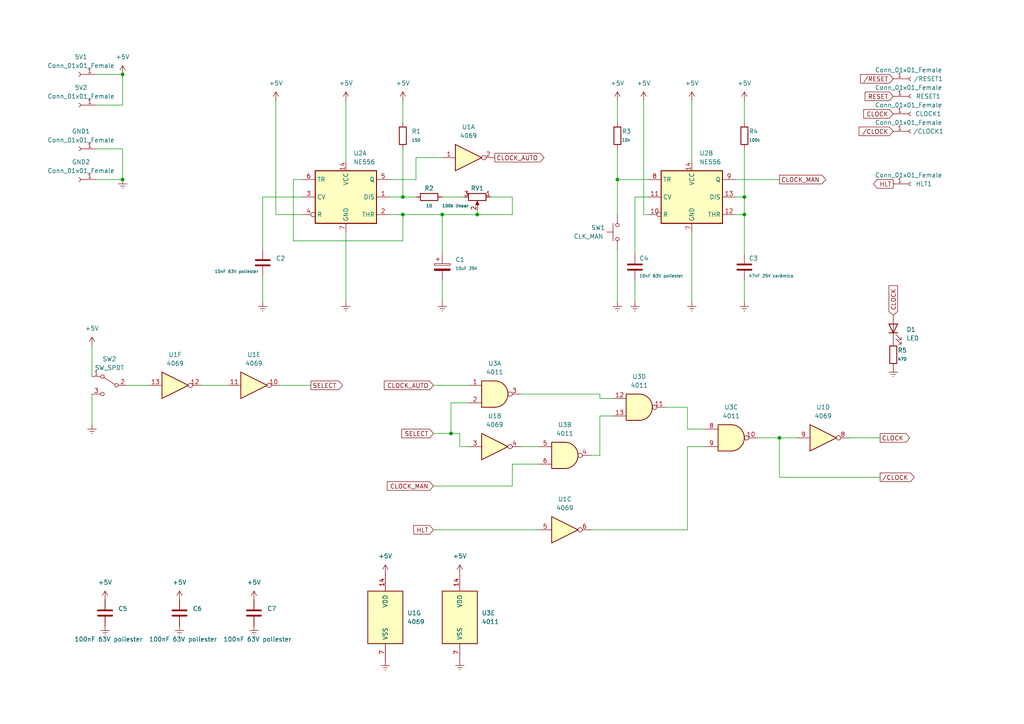
<source format=kicad_sch>
(kicad_sch (version 20230121) (generator eeschema)

  (uuid 4e4768fd-52f0-4853-bca6-f45a0aebc6bd)

  (paper "A4")

  (title_block
    (title "Clock Circuit")
    (date "2023-10-21")
    (company "Márcio José Baldo")
  )

  (lib_symbols
    (symbol "4xxx:4011" (pin_names (offset 1.016)) (in_bom yes) (on_board yes)
      (property "Reference" "U" (at 0 1.27 0)
        (effects (font (size 1.27 1.27)))
      )
      (property "Value" "4011" (at 0 -1.27 0)
        (effects (font (size 1.27 1.27)))
      )
      (property "Footprint" "" (at 0 0 0)
        (effects (font (size 1.27 1.27)) hide)
      )
      (property "Datasheet" "http://www.intersil.com/content/dam/Intersil/documents/cd40/cd4011bms-12bms-23bms.pdf" (at 0 0 0)
        (effects (font (size 1.27 1.27)) hide)
      )
      (property "ki_locked" "" (at 0 0 0)
        (effects (font (size 1.27 1.27)))
      )
      (property "ki_keywords" "CMOS Nand2" (at 0 0 0)
        (effects (font (size 1.27 1.27)) hide)
      )
      (property "ki_description" "Quad Nand 2 inputs" (at 0 0 0)
        (effects (font (size 1.27 1.27)) hide)
      )
      (property "ki_fp_filters" "DIP?14*" (at 0 0 0)
        (effects (font (size 1.27 1.27)) hide)
      )
      (symbol "4011_1_1"
        (arc (start 0 -3.81) (mid 3.7934 0) (end 0 3.81)
          (stroke (width 0.254) (type default))
          (fill (type background))
        )
        (polyline
          (pts
            (xy 0 3.81)
            (xy -3.81 3.81)
            (xy -3.81 -3.81)
            (xy 0 -3.81)
          )
          (stroke (width 0.254) (type default))
          (fill (type background))
        )
        (pin input line (at -7.62 2.54 0) (length 3.81)
          (name "~" (effects (font (size 1.27 1.27))))
          (number "1" (effects (font (size 1.27 1.27))))
        )
        (pin input line (at -7.62 -2.54 0) (length 3.81)
          (name "~" (effects (font (size 1.27 1.27))))
          (number "2" (effects (font (size 1.27 1.27))))
        )
        (pin output inverted (at 7.62 0 180) (length 3.81)
          (name "~" (effects (font (size 1.27 1.27))))
          (number "3" (effects (font (size 1.27 1.27))))
        )
      )
      (symbol "4011_1_2"
        (arc (start -3.81 -3.81) (mid -2.589 0) (end -3.81 3.81)
          (stroke (width 0.254) (type default))
          (fill (type none))
        )
        (arc (start -0.6096 -3.81) (mid 2.1842 -2.5851) (end 3.81 0)
          (stroke (width 0.254) (type default))
          (fill (type background))
        )
        (polyline
          (pts
            (xy -3.81 -3.81)
            (xy -0.635 -3.81)
          )
          (stroke (width 0.254) (type default))
          (fill (type background))
        )
        (polyline
          (pts
            (xy -3.81 3.81)
            (xy -0.635 3.81)
          )
          (stroke (width 0.254) (type default))
          (fill (type background))
        )
        (polyline
          (pts
            (xy -0.635 3.81)
            (xy -3.81 3.81)
            (xy -3.81 3.81)
            (xy -3.556 3.4036)
            (xy -3.0226 2.2606)
            (xy -2.6924 1.0414)
            (xy -2.6162 -0.254)
            (xy -2.7686 -1.4986)
            (xy -3.175 -2.7178)
            (xy -3.81 -3.81)
            (xy -3.81 -3.81)
            (xy -0.635 -3.81)
          )
          (stroke (width -25.4) (type default))
          (fill (type background))
        )
        (arc (start 3.81 0) (mid 2.1915 2.5936) (end -0.6096 3.81)
          (stroke (width 0.254) (type default))
          (fill (type background))
        )
        (pin input inverted (at -7.62 2.54 0) (length 4.318)
          (name "~" (effects (font (size 1.27 1.27))))
          (number "1" (effects (font (size 1.27 1.27))))
        )
        (pin input inverted (at -7.62 -2.54 0) (length 4.318)
          (name "~" (effects (font (size 1.27 1.27))))
          (number "2" (effects (font (size 1.27 1.27))))
        )
        (pin output line (at 7.62 0 180) (length 3.81)
          (name "~" (effects (font (size 1.27 1.27))))
          (number "3" (effects (font (size 1.27 1.27))))
        )
      )
      (symbol "4011_2_1"
        (arc (start 0 -3.81) (mid 3.7934 0) (end 0 3.81)
          (stroke (width 0.254) (type default))
          (fill (type background))
        )
        (polyline
          (pts
            (xy 0 3.81)
            (xy -3.81 3.81)
            (xy -3.81 -3.81)
            (xy 0 -3.81)
          )
          (stroke (width 0.254) (type default))
          (fill (type background))
        )
        (pin output inverted (at 7.62 0 180) (length 3.81)
          (name "~" (effects (font (size 1.27 1.27))))
          (number "4" (effects (font (size 1.27 1.27))))
        )
        (pin input line (at -7.62 2.54 0) (length 3.81)
          (name "~" (effects (font (size 1.27 1.27))))
          (number "5" (effects (font (size 1.27 1.27))))
        )
        (pin input line (at -7.62 -2.54 0) (length 3.81)
          (name "~" (effects (font (size 1.27 1.27))))
          (number "6" (effects (font (size 1.27 1.27))))
        )
      )
      (symbol "4011_2_2"
        (arc (start -3.81 -3.81) (mid -2.589 0) (end -3.81 3.81)
          (stroke (width 0.254) (type default))
          (fill (type none))
        )
        (arc (start -0.6096 -3.81) (mid 2.1842 -2.5851) (end 3.81 0)
          (stroke (width 0.254) (type default))
          (fill (type background))
        )
        (polyline
          (pts
            (xy -3.81 -3.81)
            (xy -0.635 -3.81)
          )
          (stroke (width 0.254) (type default))
          (fill (type background))
        )
        (polyline
          (pts
            (xy -3.81 3.81)
            (xy -0.635 3.81)
          )
          (stroke (width 0.254) (type default))
          (fill (type background))
        )
        (polyline
          (pts
            (xy -0.635 3.81)
            (xy -3.81 3.81)
            (xy -3.81 3.81)
            (xy -3.556 3.4036)
            (xy -3.0226 2.2606)
            (xy -2.6924 1.0414)
            (xy -2.6162 -0.254)
            (xy -2.7686 -1.4986)
            (xy -3.175 -2.7178)
            (xy -3.81 -3.81)
            (xy -3.81 -3.81)
            (xy -0.635 -3.81)
          )
          (stroke (width -25.4) (type default))
          (fill (type background))
        )
        (arc (start 3.81 0) (mid 2.1915 2.5936) (end -0.6096 3.81)
          (stroke (width 0.254) (type default))
          (fill (type background))
        )
        (pin output line (at 7.62 0 180) (length 3.81)
          (name "~" (effects (font (size 1.27 1.27))))
          (number "4" (effects (font (size 1.27 1.27))))
        )
        (pin input inverted (at -7.62 2.54 0) (length 4.318)
          (name "~" (effects (font (size 1.27 1.27))))
          (number "5" (effects (font (size 1.27 1.27))))
        )
        (pin input inverted (at -7.62 -2.54 0) (length 4.318)
          (name "~" (effects (font (size 1.27 1.27))))
          (number "6" (effects (font (size 1.27 1.27))))
        )
      )
      (symbol "4011_3_1"
        (arc (start 0 -3.81) (mid 3.7934 0) (end 0 3.81)
          (stroke (width 0.254) (type default))
          (fill (type background))
        )
        (polyline
          (pts
            (xy 0 3.81)
            (xy -3.81 3.81)
            (xy -3.81 -3.81)
            (xy 0 -3.81)
          )
          (stroke (width 0.254) (type default))
          (fill (type background))
        )
        (pin output inverted (at 7.62 0 180) (length 3.81)
          (name "~" (effects (font (size 1.27 1.27))))
          (number "10" (effects (font (size 1.27 1.27))))
        )
        (pin input line (at -7.62 2.54 0) (length 3.81)
          (name "~" (effects (font (size 1.27 1.27))))
          (number "8" (effects (font (size 1.27 1.27))))
        )
        (pin input line (at -7.62 -2.54 0) (length 3.81)
          (name "~" (effects (font (size 1.27 1.27))))
          (number "9" (effects (font (size 1.27 1.27))))
        )
      )
      (symbol "4011_3_2"
        (arc (start -3.81 -3.81) (mid -2.589 0) (end -3.81 3.81)
          (stroke (width 0.254) (type default))
          (fill (type none))
        )
        (arc (start -0.6096 -3.81) (mid 2.1842 -2.5851) (end 3.81 0)
          (stroke (width 0.254) (type default))
          (fill (type background))
        )
        (polyline
          (pts
            (xy -3.81 -3.81)
            (xy -0.635 -3.81)
          )
          (stroke (width 0.254) (type default))
          (fill (type background))
        )
        (polyline
          (pts
            (xy -3.81 3.81)
            (xy -0.635 3.81)
          )
          (stroke (width 0.254) (type default))
          (fill (type background))
        )
        (polyline
          (pts
            (xy -0.635 3.81)
            (xy -3.81 3.81)
            (xy -3.81 3.81)
            (xy -3.556 3.4036)
            (xy -3.0226 2.2606)
            (xy -2.6924 1.0414)
            (xy -2.6162 -0.254)
            (xy -2.7686 -1.4986)
            (xy -3.175 -2.7178)
            (xy -3.81 -3.81)
            (xy -3.81 -3.81)
            (xy -0.635 -3.81)
          )
          (stroke (width -25.4) (type default))
          (fill (type background))
        )
        (arc (start 3.81 0) (mid 2.1915 2.5936) (end -0.6096 3.81)
          (stroke (width 0.254) (type default))
          (fill (type background))
        )
        (pin output line (at 7.62 0 180) (length 3.81)
          (name "~" (effects (font (size 1.27 1.27))))
          (number "10" (effects (font (size 1.27 1.27))))
        )
        (pin input inverted (at -7.62 2.54 0) (length 4.318)
          (name "~" (effects (font (size 1.27 1.27))))
          (number "8" (effects (font (size 1.27 1.27))))
        )
        (pin input inverted (at -7.62 -2.54 0) (length 4.318)
          (name "~" (effects (font (size 1.27 1.27))))
          (number "9" (effects (font (size 1.27 1.27))))
        )
      )
      (symbol "4011_4_1"
        (arc (start 0 -3.81) (mid 3.7934 0) (end 0 3.81)
          (stroke (width 0.254) (type default))
          (fill (type background))
        )
        (polyline
          (pts
            (xy 0 3.81)
            (xy -3.81 3.81)
            (xy -3.81 -3.81)
            (xy 0 -3.81)
          )
          (stroke (width 0.254) (type default))
          (fill (type background))
        )
        (pin output inverted (at 7.62 0 180) (length 3.81)
          (name "~" (effects (font (size 1.27 1.27))))
          (number "11" (effects (font (size 1.27 1.27))))
        )
        (pin input line (at -7.62 2.54 0) (length 3.81)
          (name "~" (effects (font (size 1.27 1.27))))
          (number "12" (effects (font (size 1.27 1.27))))
        )
        (pin input line (at -7.62 -2.54 0) (length 3.81)
          (name "~" (effects (font (size 1.27 1.27))))
          (number "13" (effects (font (size 1.27 1.27))))
        )
      )
      (symbol "4011_4_2"
        (arc (start -3.81 -3.81) (mid -2.589 0) (end -3.81 3.81)
          (stroke (width 0.254) (type default))
          (fill (type none))
        )
        (arc (start -0.6096 -3.81) (mid 2.1842 -2.5851) (end 3.81 0)
          (stroke (width 0.254) (type default))
          (fill (type background))
        )
        (polyline
          (pts
            (xy -3.81 -3.81)
            (xy -0.635 -3.81)
          )
          (stroke (width 0.254) (type default))
          (fill (type background))
        )
        (polyline
          (pts
            (xy -3.81 3.81)
            (xy -0.635 3.81)
          )
          (stroke (width 0.254) (type default))
          (fill (type background))
        )
        (polyline
          (pts
            (xy -0.635 3.81)
            (xy -3.81 3.81)
            (xy -3.81 3.81)
            (xy -3.556 3.4036)
            (xy -3.0226 2.2606)
            (xy -2.6924 1.0414)
            (xy -2.6162 -0.254)
            (xy -2.7686 -1.4986)
            (xy -3.175 -2.7178)
            (xy -3.81 -3.81)
            (xy -3.81 -3.81)
            (xy -0.635 -3.81)
          )
          (stroke (width -25.4) (type default))
          (fill (type background))
        )
        (arc (start 3.81 0) (mid 2.1915 2.5936) (end -0.6096 3.81)
          (stroke (width 0.254) (type default))
          (fill (type background))
        )
        (pin output line (at 7.62 0 180) (length 3.81)
          (name "~" (effects (font (size 1.27 1.27))))
          (number "11" (effects (font (size 1.27 1.27))))
        )
        (pin input inverted (at -7.62 2.54 0) (length 4.318)
          (name "~" (effects (font (size 1.27 1.27))))
          (number "12" (effects (font (size 1.27 1.27))))
        )
        (pin input inverted (at -7.62 -2.54 0) (length 4.318)
          (name "~" (effects (font (size 1.27 1.27))))
          (number "13" (effects (font (size 1.27 1.27))))
        )
      )
      (symbol "4011_5_0"
        (pin power_in line (at 0 12.7 270) (length 5.08)
          (name "VDD" (effects (font (size 1.27 1.27))))
          (number "14" (effects (font (size 1.27 1.27))))
        )
        (pin power_in line (at 0 -12.7 90) (length 5.08)
          (name "VSS" (effects (font (size 1.27 1.27))))
          (number "7" (effects (font (size 1.27 1.27))))
        )
      )
      (symbol "4011_5_1"
        (rectangle (start -5.08 7.62) (end 5.08 -7.62)
          (stroke (width 0.254) (type default))
          (fill (type background))
        )
      )
    )
    (symbol "4xxx:4069" (pin_names (offset 1.016)) (in_bom yes) (on_board yes)
      (property "Reference" "U" (at 0 1.27 0)
        (effects (font (size 1.27 1.27)))
      )
      (property "Value" "4069" (at 0 -1.27 0)
        (effects (font (size 1.27 1.27)))
      )
      (property "Footprint" "" (at 0 0 0)
        (effects (font (size 1.27 1.27)) hide)
      )
      (property "Datasheet" "http://www.intersil.com/content/dam/Intersil/documents/cd40/cd4069ubms.pdf" (at 0 0 0)
        (effects (font (size 1.27 1.27)) hide)
      )
      (property "ki_locked" "" (at 0 0 0)
        (effects (font (size 1.27 1.27)))
      )
      (property "ki_keywords" "CMOS NOT" (at 0 0 0)
        (effects (font (size 1.27 1.27)) hide)
      )
      (property "ki_description" "Hex inverter" (at 0 0 0)
        (effects (font (size 1.27 1.27)) hide)
      )
      (property "ki_fp_filters" "DIP?14*" (at 0 0 0)
        (effects (font (size 1.27 1.27)) hide)
      )
      (symbol "4069_1_0"
        (polyline
          (pts
            (xy -3.81 3.81)
            (xy -3.81 -3.81)
            (xy 3.81 0)
            (xy -3.81 3.81)
          )
          (stroke (width 0.254) (type default))
          (fill (type background))
        )
        (pin input line (at -7.62 0 0) (length 3.81)
          (name "~" (effects (font (size 1.27 1.27))))
          (number "1" (effects (font (size 1.27 1.27))))
        )
        (pin output inverted (at 7.62 0 180) (length 3.81)
          (name "~" (effects (font (size 1.27 1.27))))
          (number "2" (effects (font (size 1.27 1.27))))
        )
      )
      (symbol "4069_2_0"
        (polyline
          (pts
            (xy -3.81 3.81)
            (xy -3.81 -3.81)
            (xy 3.81 0)
            (xy -3.81 3.81)
          )
          (stroke (width 0.254) (type default))
          (fill (type background))
        )
        (pin input line (at -7.62 0 0) (length 3.81)
          (name "~" (effects (font (size 1.27 1.27))))
          (number "3" (effects (font (size 1.27 1.27))))
        )
        (pin output inverted (at 7.62 0 180) (length 3.81)
          (name "~" (effects (font (size 1.27 1.27))))
          (number "4" (effects (font (size 1.27 1.27))))
        )
      )
      (symbol "4069_3_0"
        (polyline
          (pts
            (xy -3.81 3.81)
            (xy -3.81 -3.81)
            (xy 3.81 0)
            (xy -3.81 3.81)
          )
          (stroke (width 0.254) (type default))
          (fill (type background))
        )
        (pin input line (at -7.62 0 0) (length 3.81)
          (name "~" (effects (font (size 1.27 1.27))))
          (number "5" (effects (font (size 1.27 1.27))))
        )
        (pin output inverted (at 7.62 0 180) (length 3.81)
          (name "~" (effects (font (size 1.27 1.27))))
          (number "6" (effects (font (size 1.27 1.27))))
        )
      )
      (symbol "4069_4_0"
        (polyline
          (pts
            (xy -3.81 3.81)
            (xy -3.81 -3.81)
            (xy 3.81 0)
            (xy -3.81 3.81)
          )
          (stroke (width 0.254) (type default))
          (fill (type background))
        )
        (pin output inverted (at 7.62 0 180) (length 3.81)
          (name "~" (effects (font (size 1.27 1.27))))
          (number "8" (effects (font (size 1.27 1.27))))
        )
        (pin input line (at -7.62 0 0) (length 3.81)
          (name "~" (effects (font (size 1.27 1.27))))
          (number "9" (effects (font (size 1.27 1.27))))
        )
      )
      (symbol "4069_5_0"
        (polyline
          (pts
            (xy -3.81 3.81)
            (xy -3.81 -3.81)
            (xy 3.81 0)
            (xy -3.81 3.81)
          )
          (stroke (width 0.254) (type default))
          (fill (type background))
        )
        (pin output inverted (at 7.62 0 180) (length 3.81)
          (name "~" (effects (font (size 1.27 1.27))))
          (number "10" (effects (font (size 1.27 1.27))))
        )
        (pin input line (at -7.62 0 0) (length 3.81)
          (name "~" (effects (font (size 1.27 1.27))))
          (number "11" (effects (font (size 1.27 1.27))))
        )
      )
      (symbol "4069_6_0"
        (polyline
          (pts
            (xy -3.81 3.81)
            (xy -3.81 -3.81)
            (xy 3.81 0)
            (xy -3.81 3.81)
          )
          (stroke (width 0.254) (type default))
          (fill (type background))
        )
        (pin output inverted (at 7.62 0 180) (length 3.81)
          (name "~" (effects (font (size 1.27 1.27))))
          (number "12" (effects (font (size 1.27 1.27))))
        )
        (pin input line (at -7.62 0 0) (length 3.81)
          (name "~" (effects (font (size 1.27 1.27))))
          (number "13" (effects (font (size 1.27 1.27))))
        )
      )
      (symbol "4069_7_0"
        (pin power_in line (at 0 12.7 270) (length 5.08)
          (name "VDD" (effects (font (size 1.27 1.27))))
          (number "14" (effects (font (size 1.27 1.27))))
        )
        (pin power_in line (at 0 -12.7 90) (length 5.08)
          (name "VSS" (effects (font (size 1.27 1.27))))
          (number "7" (effects (font (size 1.27 1.27))))
        )
      )
      (symbol "4069_7_1"
        (rectangle (start -5.08 7.62) (end 5.08 -7.62)
          (stroke (width 0.254) (type default))
          (fill (type background))
        )
      )
    )
    (symbol "Connector:Conn_01x01_Female" (pin_names (offset 1.016) hide) (in_bom yes) (on_board yes)
      (property "Reference" "J" (at 0 2.54 0)
        (effects (font (size 1.27 1.27)))
      )
      (property "Value" "Conn_01x01_Female" (at 0 -2.54 0)
        (effects (font (size 1.27 1.27)))
      )
      (property "Footprint" "" (at 0 0 0)
        (effects (font (size 1.27 1.27)) hide)
      )
      (property "Datasheet" "~" (at 0 0 0)
        (effects (font (size 1.27 1.27)) hide)
      )
      (property "ki_keywords" "connector" (at 0 0 0)
        (effects (font (size 1.27 1.27)) hide)
      )
      (property "ki_description" "Generic connector, single row, 01x01, script generated (kicad-library-utils/schlib/autogen/connector/)" (at 0 0 0)
        (effects (font (size 1.27 1.27)) hide)
      )
      (property "ki_fp_filters" "Connector*:*" (at 0 0 0)
        (effects (font (size 1.27 1.27)) hide)
      )
      (symbol "Conn_01x01_Female_1_1"
        (polyline
          (pts
            (xy -1.27 0)
            (xy -0.508 0)
          )
          (stroke (width 0.1524) (type default))
          (fill (type none))
        )
        (arc (start 0 0.508) (mid -0.5058 0) (end 0 -0.508)
          (stroke (width 0.1524) (type default))
          (fill (type none))
        )
        (pin passive line (at -5.08 0 0) (length 3.81)
          (name "Pin_1" (effects (font (size 1.27 1.27))))
          (number "1" (effects (font (size 1.27 1.27))))
        )
      )
    )
    (symbol "Device:C" (pin_numbers hide) (pin_names (offset 0.254)) (in_bom yes) (on_board yes)
      (property "Reference" "C" (at 0.635 2.54 0)
        (effects (font (size 1.27 1.27)) (justify left))
      )
      (property "Value" "C" (at 0.635 -2.54 0)
        (effects (font (size 1.27 1.27)) (justify left))
      )
      (property "Footprint" "" (at 0.9652 -3.81 0)
        (effects (font (size 1.27 1.27)) hide)
      )
      (property "Datasheet" "~" (at 0 0 0)
        (effects (font (size 1.27 1.27)) hide)
      )
      (property "ki_keywords" "cap capacitor" (at 0 0 0)
        (effects (font (size 1.27 1.27)) hide)
      )
      (property "ki_description" "Unpolarized capacitor" (at 0 0 0)
        (effects (font (size 1.27 1.27)) hide)
      )
      (property "ki_fp_filters" "C_*" (at 0 0 0)
        (effects (font (size 1.27 1.27)) hide)
      )
      (symbol "C_0_1"
        (polyline
          (pts
            (xy -2.032 -0.762)
            (xy 2.032 -0.762)
          )
          (stroke (width 0.508) (type default))
          (fill (type none))
        )
        (polyline
          (pts
            (xy -2.032 0.762)
            (xy 2.032 0.762)
          )
          (stroke (width 0.508) (type default))
          (fill (type none))
        )
      )
      (symbol "C_1_1"
        (pin passive line (at 0 3.81 270) (length 2.794)
          (name "~" (effects (font (size 1.27 1.27))))
          (number "1" (effects (font (size 1.27 1.27))))
        )
        (pin passive line (at 0 -3.81 90) (length 2.794)
          (name "~" (effects (font (size 1.27 1.27))))
          (number "2" (effects (font (size 1.27 1.27))))
        )
      )
    )
    (symbol "Device:C_Polarized" (pin_numbers hide) (pin_names (offset 0.254)) (in_bom yes) (on_board yes)
      (property "Reference" "C" (at 0.635 2.54 0)
        (effects (font (size 1.27 1.27)) (justify left))
      )
      (property "Value" "C_Polarized" (at 0.635 -2.54 0)
        (effects (font (size 1.27 1.27)) (justify left))
      )
      (property "Footprint" "" (at 0.9652 -3.81 0)
        (effects (font (size 1.27 1.27)) hide)
      )
      (property "Datasheet" "~" (at 0 0 0)
        (effects (font (size 1.27 1.27)) hide)
      )
      (property "ki_keywords" "cap capacitor" (at 0 0 0)
        (effects (font (size 1.27 1.27)) hide)
      )
      (property "ki_description" "Polarized capacitor" (at 0 0 0)
        (effects (font (size 1.27 1.27)) hide)
      )
      (property "ki_fp_filters" "CP_*" (at 0 0 0)
        (effects (font (size 1.27 1.27)) hide)
      )
      (symbol "C_Polarized_0_1"
        (rectangle (start -2.286 0.508) (end 2.286 1.016)
          (stroke (width 0) (type default))
          (fill (type none))
        )
        (polyline
          (pts
            (xy -1.778 2.286)
            (xy -0.762 2.286)
          )
          (stroke (width 0) (type default))
          (fill (type none))
        )
        (polyline
          (pts
            (xy -1.27 2.794)
            (xy -1.27 1.778)
          )
          (stroke (width 0) (type default))
          (fill (type none))
        )
        (rectangle (start 2.286 -0.508) (end -2.286 -1.016)
          (stroke (width 0) (type default))
          (fill (type outline))
        )
      )
      (symbol "C_Polarized_1_1"
        (pin passive line (at 0 3.81 270) (length 2.794)
          (name "~" (effects (font (size 1.27 1.27))))
          (number "1" (effects (font (size 1.27 1.27))))
        )
        (pin passive line (at 0 -3.81 90) (length 2.794)
          (name "~" (effects (font (size 1.27 1.27))))
          (number "2" (effects (font (size 1.27 1.27))))
        )
      )
    )
    (symbol "Device:LED" (pin_numbers hide) (pin_names (offset 1.016) hide) (in_bom yes) (on_board yes)
      (property "Reference" "D" (at 0 2.54 0)
        (effects (font (size 1.27 1.27)))
      )
      (property "Value" "LED" (at 0 -2.54 0)
        (effects (font (size 1.27 1.27)))
      )
      (property "Footprint" "" (at 0 0 0)
        (effects (font (size 1.27 1.27)) hide)
      )
      (property "Datasheet" "~" (at 0 0 0)
        (effects (font (size 1.27 1.27)) hide)
      )
      (property "ki_keywords" "LED diode" (at 0 0 0)
        (effects (font (size 1.27 1.27)) hide)
      )
      (property "ki_description" "Light emitting diode" (at 0 0 0)
        (effects (font (size 1.27 1.27)) hide)
      )
      (property "ki_fp_filters" "LED* LED_SMD:* LED_THT:*" (at 0 0 0)
        (effects (font (size 1.27 1.27)) hide)
      )
      (symbol "LED_0_1"
        (polyline
          (pts
            (xy -1.27 -1.27)
            (xy -1.27 1.27)
          )
          (stroke (width 0.254) (type default))
          (fill (type none))
        )
        (polyline
          (pts
            (xy -1.27 0)
            (xy 1.27 0)
          )
          (stroke (width 0) (type default))
          (fill (type none))
        )
        (polyline
          (pts
            (xy 1.27 -1.27)
            (xy 1.27 1.27)
            (xy -1.27 0)
            (xy 1.27 -1.27)
          )
          (stroke (width 0.254) (type default))
          (fill (type none))
        )
        (polyline
          (pts
            (xy -3.048 -0.762)
            (xy -4.572 -2.286)
            (xy -3.81 -2.286)
            (xy -4.572 -2.286)
            (xy -4.572 -1.524)
          )
          (stroke (width 0) (type default))
          (fill (type none))
        )
        (polyline
          (pts
            (xy -1.778 -0.762)
            (xy -3.302 -2.286)
            (xy -2.54 -2.286)
            (xy -3.302 -2.286)
            (xy -3.302 -1.524)
          )
          (stroke (width 0) (type default))
          (fill (type none))
        )
      )
      (symbol "LED_1_1"
        (pin passive line (at -3.81 0 0) (length 2.54)
          (name "K" (effects (font (size 1.27 1.27))))
          (number "1" (effects (font (size 1.27 1.27))))
        )
        (pin passive line (at 3.81 0 180) (length 2.54)
          (name "A" (effects (font (size 1.27 1.27))))
          (number "2" (effects (font (size 1.27 1.27))))
        )
      )
    )
    (symbol "Device:R" (pin_numbers hide) (pin_names (offset 0)) (in_bom yes) (on_board yes)
      (property "Reference" "R" (at 2.032 0 90)
        (effects (font (size 1.27 1.27)))
      )
      (property "Value" "R" (at 0 0 90)
        (effects (font (size 1.27 1.27)))
      )
      (property "Footprint" "" (at -1.778 0 90)
        (effects (font (size 1.27 1.27)) hide)
      )
      (property "Datasheet" "~" (at 0 0 0)
        (effects (font (size 1.27 1.27)) hide)
      )
      (property "ki_keywords" "R res resistor" (at 0 0 0)
        (effects (font (size 1.27 1.27)) hide)
      )
      (property "ki_description" "Resistor" (at 0 0 0)
        (effects (font (size 1.27 1.27)) hide)
      )
      (property "ki_fp_filters" "R_*" (at 0 0 0)
        (effects (font (size 1.27 1.27)) hide)
      )
      (symbol "R_0_1"
        (rectangle (start -1.016 -2.54) (end 1.016 2.54)
          (stroke (width 0.254) (type default))
          (fill (type none))
        )
      )
      (symbol "R_1_1"
        (pin passive line (at 0 3.81 270) (length 1.27)
          (name "~" (effects (font (size 1.27 1.27))))
          (number "1" (effects (font (size 1.27 1.27))))
        )
        (pin passive line (at 0 -3.81 90) (length 1.27)
          (name "~" (effects (font (size 1.27 1.27))))
          (number "2" (effects (font (size 1.27 1.27))))
        )
      )
    )
    (symbol "Device:R_Potentiometer" (pin_names (offset 1.016) hide) (in_bom yes) (on_board yes)
      (property "Reference" "RV" (at -4.445 0 90)
        (effects (font (size 1.27 1.27)))
      )
      (property "Value" "R_Potentiometer" (at -2.54 0 90)
        (effects (font (size 1.27 1.27)))
      )
      (property "Footprint" "" (at 0 0 0)
        (effects (font (size 1.27 1.27)) hide)
      )
      (property "Datasheet" "~" (at 0 0 0)
        (effects (font (size 1.27 1.27)) hide)
      )
      (property "ki_keywords" "resistor variable" (at 0 0 0)
        (effects (font (size 1.27 1.27)) hide)
      )
      (property "ki_description" "Potentiometer" (at 0 0 0)
        (effects (font (size 1.27 1.27)) hide)
      )
      (property "ki_fp_filters" "Potentiometer*" (at 0 0 0)
        (effects (font (size 1.27 1.27)) hide)
      )
      (symbol "R_Potentiometer_0_1"
        (polyline
          (pts
            (xy 2.54 0)
            (xy 1.524 0)
          )
          (stroke (width 0) (type default))
          (fill (type none))
        )
        (polyline
          (pts
            (xy 1.143 0)
            (xy 2.286 0.508)
            (xy 2.286 -0.508)
            (xy 1.143 0)
          )
          (stroke (width 0) (type default))
          (fill (type outline))
        )
        (rectangle (start 1.016 2.54) (end -1.016 -2.54)
          (stroke (width 0.254) (type default))
          (fill (type none))
        )
      )
      (symbol "R_Potentiometer_1_1"
        (pin passive line (at 0 3.81 270) (length 1.27)
          (name "1" (effects (font (size 1.27 1.27))))
          (number "1" (effects (font (size 1.27 1.27))))
        )
        (pin passive line (at 3.81 0 180) (length 1.27)
          (name "2" (effects (font (size 1.27 1.27))))
          (number "2" (effects (font (size 1.27 1.27))))
        )
        (pin passive line (at 0 -3.81 90) (length 1.27)
          (name "3" (effects (font (size 1.27 1.27))))
          (number "3" (effects (font (size 1.27 1.27))))
        )
      )
    )
    (symbol "Switch:SW_MEC_5G" (pin_numbers hide) (pin_names (offset 1.016) hide) (in_bom yes) (on_board yes)
      (property "Reference" "SW" (at 1.27 2.54 0)
        (effects (font (size 1.27 1.27)) (justify left))
      )
      (property "Value" "SW_MEC_5G" (at 0 -1.524 0)
        (effects (font (size 1.27 1.27)))
      )
      (property "Footprint" "" (at 0 5.08 0)
        (effects (font (size 1.27 1.27)) hide)
      )
      (property "Datasheet" "http://www.apem.com/int/index.php?controller=attachment&id_attachment=488" (at 0 5.08 0)
        (effects (font (size 1.27 1.27)) hide)
      )
      (property "ki_keywords" "switch normally-open pushbutton push-button" (at 0 0 0)
        (effects (font (size 1.27 1.27)) hide)
      )
      (property "ki_description" "MEC 5G single pole normally-open tactile switch" (at 0 0 0)
        (effects (font (size 1.27 1.27)) hide)
      )
      (property "ki_fp_filters" "SW*MEC*5G*" (at 0 0 0)
        (effects (font (size 1.27 1.27)) hide)
      )
      (symbol "SW_MEC_5G_0_1"
        (circle (center -2.032 0) (radius 0.508)
          (stroke (width 0) (type default))
          (fill (type none))
        )
        (polyline
          (pts
            (xy 0 1.27)
            (xy 0 3.048)
          )
          (stroke (width 0) (type default))
          (fill (type none))
        )
        (polyline
          (pts
            (xy 2.54 1.27)
            (xy -2.54 1.27)
          )
          (stroke (width 0) (type default))
          (fill (type none))
        )
        (circle (center 2.032 0) (radius 0.508)
          (stroke (width 0) (type default))
          (fill (type none))
        )
        (pin passive line (at -5.08 0 0) (length 2.54)
          (name "A" (effects (font (size 1.27 1.27))))
          (number "1" (effects (font (size 1.27 1.27))))
        )
        (pin passive line (at 5.08 0 180) (length 2.54)
          (name "B" (effects (font (size 1.27 1.27))))
          (number "3" (effects (font (size 1.27 1.27))))
        )
      )
      (symbol "SW_MEC_5G_1_1"
        (pin passive line (at -5.08 0 0) (length 2.54) hide
          (name "A" (effects (font (size 1.27 1.27))))
          (number "2" (effects (font (size 1.27 1.27))))
        )
        (pin passive line (at 5.08 0 180) (length 2.54) hide
          (name "B" (effects (font (size 1.27 1.27))))
          (number "4" (effects (font (size 1.27 1.27))))
        )
      )
    )
    (symbol "Switch:SW_SPDT" (pin_names (offset 0) hide) (in_bom yes) (on_board yes)
      (property "Reference" "SW" (at 0 4.318 0)
        (effects (font (size 1.27 1.27)))
      )
      (property "Value" "SW_SPDT" (at 0 -5.08 0)
        (effects (font (size 1.27 1.27)))
      )
      (property "Footprint" "" (at 0 0 0)
        (effects (font (size 1.27 1.27)) hide)
      )
      (property "Datasheet" "~" (at 0 0 0)
        (effects (font (size 1.27 1.27)) hide)
      )
      (property "ki_keywords" "switch single-pole double-throw spdt ON-ON" (at 0 0 0)
        (effects (font (size 1.27 1.27)) hide)
      )
      (property "ki_description" "Switch, single pole double throw" (at 0 0 0)
        (effects (font (size 1.27 1.27)) hide)
      )
      (symbol "SW_SPDT_0_0"
        (circle (center -2.032 0) (radius 0.508)
          (stroke (width 0) (type default))
          (fill (type none))
        )
        (circle (center 2.032 -2.54) (radius 0.508)
          (stroke (width 0) (type default))
          (fill (type none))
        )
      )
      (symbol "SW_SPDT_0_1"
        (polyline
          (pts
            (xy -1.524 0.254)
            (xy 1.651 2.286)
          )
          (stroke (width 0) (type default))
          (fill (type none))
        )
        (circle (center 2.032 2.54) (radius 0.508)
          (stroke (width 0) (type default))
          (fill (type none))
        )
      )
      (symbol "SW_SPDT_1_1"
        (pin passive line (at 5.08 2.54 180) (length 2.54)
          (name "A" (effects (font (size 1.27 1.27))))
          (number "1" (effects (font (size 1.27 1.27))))
        )
        (pin passive line (at -5.08 0 0) (length 2.54)
          (name "B" (effects (font (size 1.27 1.27))))
          (number "2" (effects (font (size 1.27 1.27))))
        )
        (pin passive line (at 5.08 -2.54 180) (length 2.54)
          (name "C" (effects (font (size 1.27 1.27))))
          (number "3" (effects (font (size 1.27 1.27))))
        )
      )
    )
    (symbol "Timer:NE556" (in_bom yes) (on_board yes)
      (property "Reference" "U" (at -10.16 8.89 0)
        (effects (font (size 1.27 1.27)) (justify left))
      )
      (property "Value" "NE556" (at -10.16 -8.89 0)
        (effects (font (size 1.27 1.27)) (justify left))
      )
      (property "Footprint" "" (at 0 0 0)
        (effects (font (size 1.27 1.27)) hide)
      )
      (property "Datasheet" "http://www.ti.com/lit/ds/symlink/ne556.pdf" (at 0 0 0)
        (effects (font (size 1.27 1.27)) hide)
      )
      (property "ki_keywords" "dual timer" (at 0 0 0)
        (effects (font (size 1.27 1.27)) hide)
      )
      (property "ki_description" "Dual Precision Timers, DIP-14/SOIC-14" (at 0 0 0)
        (effects (font (size 1.27 1.27)) hide)
      )
      (property "ki_fp_filters" "DIP*W7.62mm* TSSOP*5.3x6.2mm*P0.65mm* SOIC*3.9x8.7mm*P1.27mm*" (at 0 0 0)
        (effects (font (size 1.27 1.27)) hide)
      )
      (symbol "NE556_0_0"
        (pin power_in line (at 0 10.16 270) (length 2.54)
          (name "VCC" (effects (font (size 1.27 1.27))))
          (number "14" (effects (font (size 1.27 1.27))))
        )
        (pin power_in line (at 0 -10.16 90) (length 2.54)
          (name "GND" (effects (font (size 1.27 1.27))))
          (number "7" (effects (font (size 1.27 1.27))))
        )
      )
      (symbol "NE556_0_1"
        (rectangle (start -8.89 -7.62) (end 8.89 7.62)
          (stroke (width 0.254) (type default))
          (fill (type background))
        )
        (rectangle (start -8.89 -7.62) (end 8.89 7.62)
          (stroke (width 0.254) (type default))
          (fill (type background))
        )
      )
      (symbol "NE556_1_1"
        (pin input line (at 12.7 0 180) (length 3.81)
          (name "DIS" (effects (font (size 1.27 1.27))))
          (number "1" (effects (font (size 1.27 1.27))))
        )
        (pin input line (at 12.7 -5.08 180) (length 3.81)
          (name "THR" (effects (font (size 1.27 1.27))))
          (number "2" (effects (font (size 1.27 1.27))))
        )
        (pin input line (at -12.7 0 0) (length 3.81)
          (name "CV" (effects (font (size 1.27 1.27))))
          (number "3" (effects (font (size 1.27 1.27))))
        )
        (pin input inverted (at -12.7 -5.08 0) (length 3.81)
          (name "R" (effects (font (size 1.27 1.27))))
          (number "4" (effects (font (size 1.27 1.27))))
        )
        (pin output line (at 12.7 5.08 180) (length 3.81)
          (name "Q" (effects (font (size 1.27 1.27))))
          (number "5" (effects (font (size 1.27 1.27))))
        )
        (pin input line (at -12.7 5.08 0) (length 3.81)
          (name "TR" (effects (font (size 1.27 1.27))))
          (number "6" (effects (font (size 1.27 1.27))))
        )
      )
      (symbol "NE556_2_1"
        (pin input inverted (at -12.7 -5.08 0) (length 3.81)
          (name "R" (effects (font (size 1.27 1.27))))
          (number "10" (effects (font (size 1.27 1.27))))
        )
        (pin input line (at -12.7 0 0) (length 3.81)
          (name "CV" (effects (font (size 1.27 1.27))))
          (number "11" (effects (font (size 1.27 1.27))))
        )
        (pin input line (at 12.7 -5.08 180) (length 3.81)
          (name "THR" (effects (font (size 1.27 1.27))))
          (number "12" (effects (font (size 1.27 1.27))))
        )
        (pin input line (at 12.7 0 180) (length 3.81)
          (name "DIS" (effects (font (size 1.27 1.27))))
          (number "13" (effects (font (size 1.27 1.27))))
        )
        (pin input line (at -12.7 5.08 0) (length 3.81)
          (name "TR" (effects (font (size 1.27 1.27))))
          (number "8" (effects (font (size 1.27 1.27))))
        )
        (pin output line (at 12.7 5.08 180) (length 3.81)
          (name "Q" (effects (font (size 1.27 1.27))))
          (number "9" (effects (font (size 1.27 1.27))))
        )
      )
    )
    (symbol "power:+5V" (power) (pin_names (offset 0)) (in_bom yes) (on_board yes)
      (property "Reference" "#PWR" (at 0 -3.81 0)
        (effects (font (size 1.27 1.27)) hide)
      )
      (property "Value" "+5V" (at 0 3.556 0)
        (effects (font (size 1.27 1.27)))
      )
      (property "Footprint" "" (at 0 0 0)
        (effects (font (size 1.27 1.27)) hide)
      )
      (property "Datasheet" "" (at 0 0 0)
        (effects (font (size 1.27 1.27)) hide)
      )
      (property "ki_keywords" "power-flag" (at 0 0 0)
        (effects (font (size 1.27 1.27)) hide)
      )
      (property "ki_description" "Power symbol creates a global label with name \"+5V\"" (at 0 0 0)
        (effects (font (size 1.27 1.27)) hide)
      )
      (symbol "+5V_0_1"
        (polyline
          (pts
            (xy -0.762 1.27)
            (xy 0 2.54)
          )
          (stroke (width 0) (type default))
          (fill (type none))
        )
        (polyline
          (pts
            (xy 0 0)
            (xy 0 2.54)
          )
          (stroke (width 0) (type default))
          (fill (type none))
        )
        (polyline
          (pts
            (xy 0 2.54)
            (xy 0.762 1.27)
          )
          (stroke (width 0) (type default))
          (fill (type none))
        )
      )
      (symbol "+5V_1_1"
        (pin power_in line (at 0 0 90) (length 0) hide
          (name "+5V" (effects (font (size 1.27 1.27))))
          (number "1" (effects (font (size 1.27 1.27))))
        )
      )
    )
    (symbol "power:Earth" (power) (pin_names (offset 0)) (in_bom yes) (on_board yes)
      (property "Reference" "#PWR" (at 0 -6.35 0)
        (effects (font (size 1.27 1.27)) hide)
      )
      (property "Value" "Earth" (at 0 -3.81 0)
        (effects (font (size 1.27 1.27)) hide)
      )
      (property "Footprint" "" (at 0 0 0)
        (effects (font (size 1.27 1.27)) hide)
      )
      (property "Datasheet" "~" (at 0 0 0)
        (effects (font (size 1.27 1.27)) hide)
      )
      (property "ki_keywords" "power-flag ground gnd" (at 0 0 0)
        (effects (font (size 1.27 1.27)) hide)
      )
      (property "ki_description" "Power symbol creates a global label with name \"Earth\"" (at 0 0 0)
        (effects (font (size 1.27 1.27)) hide)
      )
      (symbol "Earth_0_1"
        (polyline
          (pts
            (xy -0.635 -1.905)
            (xy 0.635 -1.905)
          )
          (stroke (width 0) (type default))
          (fill (type none))
        )
        (polyline
          (pts
            (xy -0.127 -2.54)
            (xy 0.127 -2.54)
          )
          (stroke (width 0) (type default))
          (fill (type none))
        )
        (polyline
          (pts
            (xy 0 -1.27)
            (xy 0 0)
          )
          (stroke (width 0) (type default))
          (fill (type none))
        )
        (polyline
          (pts
            (xy 1.27 -1.27)
            (xy -1.27 -1.27)
          )
          (stroke (width 0) (type default))
          (fill (type none))
        )
      )
      (symbol "Earth_1_1"
        (pin power_in line (at 0 0 270) (length 0) hide
          (name "Earth" (effects (font (size 1.27 1.27))))
          (number "1" (effects (font (size 1.27 1.27))))
        )
      )
    )
  )

  (junction (at 215.9 57.15) (diameter 0) (color 0 0 0 0)
    (uuid 0bb2a219-86e7-434a-baf4-bf2114cea8de)
  )
  (junction (at 116.84 57.15) (diameter 0) (color 0 0 0 0)
    (uuid 0f597606-a8ff-414e-ba54-ecb8cf618eff)
  )
  (junction (at 128.27 62.23) (diameter 0) (color 0 0 0 0)
    (uuid 2aae1532-5af4-4a80-a30c-bf55cbff1155)
  )
  (junction (at 226.06 127) (diameter 0) (color 0 0 0 0)
    (uuid 2ddc19d9-94e0-4bfc-a79d-19bbc5389a3d)
  )
  (junction (at 116.84 62.23) (diameter 0) (color 0 0 0 0)
    (uuid 5929c55c-c442-477e-9e0f-e96596150376)
  )
  (junction (at 138.43 62.23) (diameter 0) (color 0 0 0 0)
    (uuid 964071fe-d5c8-4108-9a58-e735d558eb0d)
  )
  (junction (at 179.07 52.07) (diameter 0) (color 0 0 0 0)
    (uuid 9ad3623f-f970-421d-9669-cddac34516ec)
  )
  (junction (at 35.56 21.59) (diameter 0) (color 0 0 0 0)
    (uuid afd113ed-adc7-415a-8a0e-8da5583aba04)
  )
  (junction (at 35.56 52.07) (diameter 0) (color 0 0 0 0)
    (uuid c8c02f7b-1b46-4d9b-ae06-6efce84f9a39)
  )
  (junction (at 215.9 62.23) (diameter 0) (color 0 0 0 0)
    (uuid de76b671-ca04-4e20-b1f2-ce311edef0fc)
  )
  (junction (at 130.81 125.73) (diameter 0) (color 0 0 0 0)
    (uuid e1e81fbe-efa5-42b9-a50f-b676918a0d43)
  )

  (wire (pts (xy 135.89 129.54) (xy 133.35 129.54))
    (stroke (width 0) (type default))
    (uuid 06bfbc9b-ef44-46d0-a32e-1291691ce901)
  )
  (wire (pts (xy 148.59 57.15) (xy 148.59 62.23))
    (stroke (width 0) (type default))
    (uuid 0a20a810-2063-4267-934b-91c449006c06)
  )
  (wire (pts (xy 100.33 67.31) (xy 100.33 87.63))
    (stroke (width 0) (type default))
    (uuid 0ab35400-74c5-4385-86d9-d51bcaba3f55)
  )
  (wire (pts (xy 219.71 127) (xy 226.06 127))
    (stroke (width 0) (type default))
    (uuid 1160a12a-fafc-4616-b4c2-b3d70c595b0e)
  )
  (wire (pts (xy 199.39 153.67) (xy 199.39 129.54))
    (stroke (width 0) (type default))
    (uuid 14a7b83a-4b89-40e5-9cc9-28db2f46d061)
  )
  (wire (pts (xy 27.94 30.48) (xy 35.56 30.48))
    (stroke (width 0) (type default))
    (uuid 1690a351-cbda-4248-8b11-14a19cf647d8)
  )
  (wire (pts (xy 128.27 62.23) (xy 128.27 73.66))
    (stroke (width 0) (type default))
    (uuid 18256224-4e71-4264-8842-2abb9b52800e)
  )
  (wire (pts (xy 27.94 21.59) (xy 35.56 21.59))
    (stroke (width 0) (type default))
    (uuid 1b55b498-6bfa-494a-ae2d-15e4765b30cc)
  )
  (wire (pts (xy 125.73 153.67) (xy 156.21 153.67))
    (stroke (width 0) (type default))
    (uuid 1bf7f237-9215-49aa-9ec6-e511a3a1ebbf)
  )
  (wire (pts (xy 81.28 111.76) (xy 90.17 111.76))
    (stroke (width 0) (type default))
    (uuid 1f9d7762-656d-4bb9-84cf-083a6e3c2f83)
  )
  (wire (pts (xy 186.69 62.23) (xy 187.96 62.23))
    (stroke (width 0) (type default))
    (uuid 22cdccbb-8bf4-4170-b593-a5970f9c7367)
  )
  (wire (pts (xy 215.9 43.18) (xy 215.9 57.15))
    (stroke (width 0) (type default))
    (uuid 2345623f-304b-4eba-b685-41e47ddaf1e3)
  )
  (wire (pts (xy 125.73 125.73) (xy 130.81 125.73))
    (stroke (width 0) (type default))
    (uuid 23c66d96-cc84-4a53-830c-43507d239958)
  )
  (wire (pts (xy 130.81 125.73) (xy 130.81 116.84))
    (stroke (width 0) (type default))
    (uuid 25a5b5d3-88b2-4bcb-8880-d7ac6e74f918)
  )
  (wire (pts (xy 133.35 129.54) (xy 133.35 125.73))
    (stroke (width 0) (type default))
    (uuid 2731429a-99fc-44b4-aeb4-aa80655e09dc)
  )
  (wire (pts (xy 179.07 29.21) (xy 179.07 35.56))
    (stroke (width 0) (type default))
    (uuid 274a51a8-d63b-44a9-ad0e-559e4b6f1f34)
  )
  (wire (pts (xy 226.06 127) (xy 231.14 127))
    (stroke (width 0) (type default))
    (uuid 29e96b1b-cefd-495d-98d5-6b0e6329c3db)
  )
  (wire (pts (xy 125.73 111.76) (xy 135.89 111.76))
    (stroke (width 0) (type default))
    (uuid 2a4a8b75-1df3-4a4a-8ff4-552f856641d7)
  )
  (wire (pts (xy 199.39 124.46) (xy 204.47 124.46))
    (stroke (width 0) (type default))
    (uuid 2ae9d7f5-c907-4b55-8201-38d7f736e438)
  )
  (wire (pts (xy 85.09 69.85) (xy 116.84 69.85))
    (stroke (width 0) (type default))
    (uuid 2c961ace-c758-4918-bcec-30f8aa11f719)
  )
  (wire (pts (xy 213.36 52.07) (xy 226.06 52.07))
    (stroke (width 0) (type default))
    (uuid 3166d5c4-22e1-43dd-ba6c-21d0b1bc0224)
  )
  (wire (pts (xy 179.07 43.18) (xy 179.07 52.07))
    (stroke (width 0) (type default))
    (uuid 359d742d-e64c-4a16-8388-e889f8ead387)
  )
  (wire (pts (xy 128.27 62.23) (xy 116.84 62.23))
    (stroke (width 0) (type default))
    (uuid 35d09ccf-1cd7-4be7-942b-33a416828d7e)
  )
  (wire (pts (xy 26.67 114.3) (xy 26.67 123.19))
    (stroke (width 0) (type default))
    (uuid 3816f4af-ad2e-4bef-aedd-d081fd645033)
  )
  (wire (pts (xy 179.07 52.07) (xy 179.07 62.23))
    (stroke (width 0) (type default))
    (uuid 3e553cdb-3fad-47f1-a731-0350eddce6d4)
  )
  (wire (pts (xy 151.13 114.3) (xy 173.99 114.3))
    (stroke (width 0) (type default))
    (uuid 3eaf1f16-93a8-4b4c-b93a-02ccd976f9a7)
  )
  (wire (pts (xy 213.36 57.15) (xy 215.9 57.15))
    (stroke (width 0) (type default))
    (uuid 419c0886-3deb-4725-b2d0-8fbb59515309)
  )
  (wire (pts (xy 120.65 52.07) (xy 120.65 45.72))
    (stroke (width 0) (type default))
    (uuid 454dd9ac-8e69-45e9-8c6b-1ae6b723ded5)
  )
  (wire (pts (xy 215.9 62.23) (xy 215.9 73.66))
    (stroke (width 0) (type default))
    (uuid 46c560ea-5324-4de8-a577-31e163982a8f)
  )
  (wire (pts (xy 186.69 29.21) (xy 186.69 62.23))
    (stroke (width 0) (type default))
    (uuid 470f6706-b2dd-4eef-8004-dccff9ec5069)
  )
  (wire (pts (xy 226.06 138.43) (xy 226.06 127))
    (stroke (width 0) (type default))
    (uuid 48b14541-2ba1-40b6-8083-95a3a36370d1)
  )
  (wire (pts (xy 125.73 140.97) (xy 148.59 140.97))
    (stroke (width 0) (type default))
    (uuid 4cfaa7ce-ad89-4d7a-b817-80ad95c7fecb)
  )
  (wire (pts (xy 200.66 29.21) (xy 200.66 46.99))
    (stroke (width 0) (type default))
    (uuid 53c022da-be66-4c12-bbd8-034264d0d955)
  )
  (wire (pts (xy 173.99 115.57) (xy 177.8 115.57))
    (stroke (width 0) (type default))
    (uuid 55327858-3158-4a1e-b2ea-2be9b2aec422)
  )
  (wire (pts (xy 128.27 81.28) (xy 128.27 87.63))
    (stroke (width 0) (type default))
    (uuid 5d2ce6ab-ae2d-4bec-949f-af4f98428212)
  )
  (wire (pts (xy 171.45 132.08) (xy 173.99 132.08))
    (stroke (width 0) (type default))
    (uuid 5ec02d7a-2210-4577-8247-4089ab0392dd)
  )
  (wire (pts (xy 199.39 118.11) (xy 199.39 124.46))
    (stroke (width 0) (type default))
    (uuid 5ff5d6fe-5cfd-4152-bbe0-fbf4f9788521)
  )
  (wire (pts (xy 130.81 116.84) (xy 135.89 116.84))
    (stroke (width 0) (type default))
    (uuid 6212a857-d5f7-4f1f-ae9e-edba65be700a)
  )
  (wire (pts (xy 215.9 81.28) (xy 215.9 87.63))
    (stroke (width 0) (type default))
    (uuid 67bb42d5-8cf5-4603-a2aa-d5f54e4dbfad)
  )
  (wire (pts (xy 116.84 29.21) (xy 116.84 35.56))
    (stroke (width 0) (type default))
    (uuid 68ef9ded-ed51-4852-b4e8-d12c12c81951)
  )
  (wire (pts (xy 148.59 62.23) (xy 138.43 62.23))
    (stroke (width 0) (type default))
    (uuid 6ac8799c-2d28-4046-9346-987169a107e4)
  )
  (wire (pts (xy 215.9 57.15) (xy 215.9 62.23))
    (stroke (width 0) (type default))
    (uuid 6eb8695b-8471-4c93-84f0-9b87a02ced6f)
  )
  (wire (pts (xy 133.35 125.73) (xy 130.81 125.73))
    (stroke (width 0) (type default))
    (uuid 7446290c-36c2-4bbb-85d0-be93e5258a68)
  )
  (wire (pts (xy 100.33 29.21) (xy 100.33 46.99))
    (stroke (width 0) (type default))
    (uuid 752e8b97-14ad-490b-a887-e45371a044fd)
  )
  (wire (pts (xy 246.38 127) (xy 255.27 127))
    (stroke (width 0) (type default))
    (uuid 77ae2c69-a230-42e2-9d1a-9da0655a8e57)
  )
  (wire (pts (xy 116.84 69.85) (xy 116.84 62.23))
    (stroke (width 0) (type default))
    (uuid 78573278-15a0-4b17-a2fe-7c99f571bbcb)
  )
  (wire (pts (xy 116.84 62.23) (xy 113.03 62.23))
    (stroke (width 0) (type default))
    (uuid 7c6dc0a0-5ae3-4ad1-9aa3-e618de9f4dba)
  )
  (wire (pts (xy 76.2 57.15) (xy 87.63 57.15))
    (stroke (width 0) (type default))
    (uuid 7cbae8e5-a4bd-42d0-a91b-a8ae31707da7)
  )
  (wire (pts (xy 36.83 111.76) (xy 43.18 111.76))
    (stroke (width 0) (type default))
    (uuid 7e99854b-82bf-4eae-813e-63de1cc29cc6)
  )
  (wire (pts (xy 142.24 57.15) (xy 148.59 57.15))
    (stroke (width 0) (type default))
    (uuid 80ba37cf-4e16-4a1a-a3af-6d26e82a59ff)
  )
  (wire (pts (xy 187.96 57.15) (xy 184.15 57.15))
    (stroke (width 0) (type default))
    (uuid 8544f701-4551-4256-981b-1193e3a7c7d0)
  )
  (wire (pts (xy 113.03 57.15) (xy 116.84 57.15))
    (stroke (width 0) (type default))
    (uuid 8599582c-af74-4d03-851a-3ba8e55b0e7e)
  )
  (wire (pts (xy 184.15 81.28) (xy 184.15 87.63))
    (stroke (width 0) (type default))
    (uuid 8a83fdd6-97fa-43f2-8d5a-a412df9e2603)
  )
  (wire (pts (xy 35.56 43.18) (xy 35.56 52.07))
    (stroke (width 0) (type default))
    (uuid 939d5522-f492-4496-9ee4-1f0ec3873b6f)
  )
  (wire (pts (xy 173.99 120.65) (xy 177.8 120.65))
    (stroke (width 0) (type default))
    (uuid 93c62a52-eef8-4893-89e5-6216bf5c8a5f)
  )
  (wire (pts (xy 199.39 129.54) (xy 204.47 129.54))
    (stroke (width 0) (type default))
    (uuid 96e62b81-ea7c-45d1-baec-f4082a5b372e)
  )
  (wire (pts (xy 187.96 52.07) (xy 179.07 52.07))
    (stroke (width 0) (type default))
    (uuid 9be47ae4-1d11-4231-ad37-05cc153c3bed)
  )
  (wire (pts (xy 171.45 153.67) (xy 199.39 153.67))
    (stroke (width 0) (type default))
    (uuid 9e95b5bc-158f-4a4d-b390-094e781b0117)
  )
  (wire (pts (xy 148.59 134.62) (xy 156.21 134.62))
    (stroke (width 0) (type default))
    (uuid 9f2f8f03-1c72-429d-ba96-dbbd9a5c769c)
  )
  (wire (pts (xy 215.9 29.21) (xy 215.9 35.56))
    (stroke (width 0) (type default))
    (uuid a1b52075-fe75-4098-9cda-7e65fd64198d)
  )
  (wire (pts (xy 200.66 67.31) (xy 200.66 87.63))
    (stroke (width 0) (type default))
    (uuid a30001a3-e06c-415f-837e-9368ec234b9e)
  )
  (wire (pts (xy 184.15 57.15) (xy 184.15 73.66))
    (stroke (width 0) (type default))
    (uuid abc563df-90cb-4f9d-b4a2-f2eb5b53a245)
  )
  (wire (pts (xy 58.42 111.76) (xy 66.04 111.76))
    (stroke (width 0) (type default))
    (uuid ad1cc527-98ae-4a0d-8b60-5d68cf36bd31)
  )
  (wire (pts (xy 193.04 118.11) (xy 199.39 118.11))
    (stroke (width 0) (type default))
    (uuid adaeb0b7-f129-4a31-8916-887117badd56)
  )
  (wire (pts (xy 80.01 62.23) (xy 87.63 62.23))
    (stroke (width 0) (type default))
    (uuid b3025c35-3674-4649-9d73-0bcd076dec93)
  )
  (wire (pts (xy 76.2 80.01) (xy 76.2 87.63))
    (stroke (width 0) (type default))
    (uuid b450471c-7c2a-4ff2-9f4b-8e94f3ddb60b)
  )
  (wire (pts (xy 138.43 62.23) (xy 128.27 62.23))
    (stroke (width 0) (type default))
    (uuid b95be0f7-bfe6-4da0-8bb6-0ec2c2739c5c)
  )
  (wire (pts (xy 215.9 62.23) (xy 213.36 62.23))
    (stroke (width 0) (type default))
    (uuid bb042daf-96e5-4645-aaf6-60cd9e296b0e)
  )
  (wire (pts (xy 80.01 29.21) (xy 80.01 62.23))
    (stroke (width 0) (type default))
    (uuid bc938287-0f24-40ba-899f-5dcaee3744c5)
  )
  (wire (pts (xy 27.94 43.18) (xy 35.56 43.18))
    (stroke (width 0) (type default))
    (uuid bca5ffeb-9e4e-44c0-a55c-ddeb8268af94)
  )
  (wire (pts (xy 116.84 57.15) (xy 120.65 57.15))
    (stroke (width 0) (type default))
    (uuid bd3554c0-4ae4-4093-9df3-911d5c98a412)
  )
  (wire (pts (xy 113.03 52.07) (xy 120.65 52.07))
    (stroke (width 0) (type default))
    (uuid bdc65532-39f1-450f-851e-28f3fe7091e7)
  )
  (wire (pts (xy 85.09 52.07) (xy 85.09 69.85))
    (stroke (width 0) (type default))
    (uuid c924670d-934e-45a2-b00c-b8a8ab9a3a3b)
  )
  (wire (pts (xy 173.99 132.08) (xy 173.99 120.65))
    (stroke (width 0) (type default))
    (uuid ca72164a-1962-45f2-bd50-b81fce0e211c)
  )
  (wire (pts (xy 138.43 60.96) (xy 138.43 62.23))
    (stroke (width 0) (type default))
    (uuid d20ced56-bccb-453b-8cba-620faadbf6aa)
  )
  (wire (pts (xy 87.63 52.07) (xy 85.09 52.07))
    (stroke (width 0) (type default))
    (uuid d7338489-2dfa-41a9-b011-a8e80f5a54c1)
  )
  (wire (pts (xy 116.84 43.18) (xy 116.84 57.15))
    (stroke (width 0) (type default))
    (uuid d8244d74-ca8b-4355-8272-73ae79e2cf55)
  )
  (wire (pts (xy 179.07 72.39) (xy 179.07 87.63))
    (stroke (width 0) (type default))
    (uuid dbf7cc99-2704-4dce-93d8-d8547bc929e8)
  )
  (wire (pts (xy 255.27 138.43) (xy 226.06 138.43))
    (stroke (width 0) (type default))
    (uuid dcfe1c2a-a0b0-46c3-b033-b085e22abfb4)
  )
  (wire (pts (xy 76.2 72.39) (xy 76.2 57.15))
    (stroke (width 0) (type default))
    (uuid dd5fdf2a-de45-403d-b788-b428bf02b835)
  )
  (wire (pts (xy 120.65 45.72) (xy 128.27 45.72))
    (stroke (width 0) (type default))
    (uuid ecf7e13b-0b70-44cc-be76-a01d599e829b)
  )
  (wire (pts (xy 151.13 129.54) (xy 156.21 129.54))
    (stroke (width 0) (type default))
    (uuid f42ac324-a8c8-4908-8821-0934f5af6220)
  )
  (wire (pts (xy 27.94 52.07) (xy 35.56 52.07))
    (stroke (width 0) (type default))
    (uuid f504ed6a-5934-4b57-bdc2-9324d8f32ad3)
  )
  (wire (pts (xy 35.56 30.48) (xy 35.56 21.59))
    (stroke (width 0) (type default))
    (uuid f629aead-97b9-4165-837a-4344dd80962a)
  )
  (wire (pts (xy 148.59 140.97) (xy 148.59 134.62))
    (stroke (width 0) (type default))
    (uuid f695e5aa-fb5f-4612-98a9-9a6fabf75d79)
  )
  (wire (pts (xy 128.27 57.15) (xy 134.62 57.15))
    (stroke (width 0) (type default))
    (uuid fc236324-dc3f-423a-89e6-8998af1929aa)
  )
  (wire (pts (xy 26.67 100.33) (xy 26.67 109.22))
    (stroke (width 0) (type default))
    (uuid fcf3c50c-177a-427f-8585-0fc0d921c6b7)
  )
  (wire (pts (xy 173.99 114.3) (xy 173.99 115.57))
    (stroke (width 0) (type default))
    (uuid fd24c611-d1f3-4b0f-9a84-1c6b8c959679)
  )

  (global_label "CLOCK_AUTO" (shape input) (at 125.73 111.76 180) (fields_autoplaced)
    (effects (font (size 1.27 1.27)) (justify right))
    (uuid 027da50e-4710-4afe-9035-4ec108083dfd)
    (property "Intersheetrefs" "${INTERSHEET_REFS}" (at 110.8914 111.76 0)
      (effects (font (size 1.27 1.27)) (justify right) hide)
    )
  )
  (global_label "CLOCK" (shape input) (at 259.08 33.02 180) (fields_autoplaced)
    (effects (font (size 1.27 1.27)) (justify right))
    (uuid 296df96b-a4b4-4cca-b9e6-4a8e2dcfffde)
    (property "Intersheetrefs" "${INTERSHEET_REFS}" (at 249.9262 33.02 0)
      (effects (font (size 1.27 1.27)) (justify right) hide)
    )
  )
  (global_label "HLT" (shape output) (at 259.08 53.34 180) (fields_autoplaced)
    (effects (font (size 1.27 1.27)) (justify right))
    (uuid 30b46047-74cf-4af5-9dad-7fe0b0ae3c94)
    (property "Intersheetrefs" "${INTERSHEET_REFS}" (at 252.7686 53.34 0)
      (effects (font (size 1.27 1.27)) (justify right) hide)
    )
  )
  (global_label "{slash}CLOCK" (shape output) (at 255.27 138.43 0) (fields_autoplaced)
    (effects (font (size 1.27 1.27)) (justify left))
    (uuid 5821419a-ea0c-4498-8ca7-d234b0fcb790)
    (property "Intersheetrefs" "${INTERSHEET_REFS}" (at 265.7543 138.43 0)
      (effects (font (size 1.27 1.27)) (justify left) hide)
    )
  )
  (global_label "SELECT" (shape input) (at 125.73 125.73 180) (fields_autoplaced)
    (effects (font (size 1.27 1.27)) (justify right))
    (uuid 5d814e77-80f6-4f9c-aa31-bb09b9c3dbcc)
    (property "Intersheetrefs" "${INTERSHEET_REFS}" (at 115.9716 125.73 0)
      (effects (font (size 1.27 1.27)) (justify right) hide)
    )
  )
  (global_label "{slash}CLOCK" (shape input) (at 259.08 38.1 180) (fields_autoplaced)
    (effects (font (size 1.27 1.27)) (justify right))
    (uuid 6a3775ce-4c5e-499b-a14b-04cdd9ddc702)
    (property "Intersheetrefs" "${INTERSHEET_REFS}" (at 248.5957 38.1 0)
      (effects (font (size 1.27 1.27)) (justify right) hide)
    )
  )
  (global_label "CLOCK_MAN" (shape input) (at 125.73 140.97 180) (fields_autoplaced)
    (effects (font (size 1.27 1.27)) (justify right))
    (uuid 72f98689-5f9e-48f7-a25a-c7670ef24b5c)
    (property "Intersheetrefs" "${INTERSHEET_REFS}" (at 111.7381 140.97 0)
      (effects (font (size 1.27 1.27)) (justify right) hide)
    )
  )
  (global_label "{slash}RESET" (shape input) (at 259.08 22.86 180) (fields_autoplaced)
    (effects (font (size 1.27 1.27)) (justify right))
    (uuid 9cd8d690-3d5e-4685-9ed2-fb9098440e43)
    (property "Intersheetrefs" "${INTERSHEET_REFS}" (at 249.0192 22.86 0)
      (effects (font (size 1.27 1.27)) (justify right) hide)
    )
  )
  (global_label "RESET" (shape input) (at 259.08 27.94 180) (fields_autoplaced)
    (effects (font (size 1.27 1.27)) (justify right))
    (uuid a293cafa-ec93-495d-ae88-0b87933602cd)
    (property "Intersheetrefs" "${INTERSHEET_REFS}" (at 250.3497 27.94 0)
      (effects (font (size 1.27 1.27)) (justify right) hide)
    )
  )
  (global_label "CLOCK" (shape output) (at 255.27 127 0) (fields_autoplaced)
    (effects (font (size 1.27 1.27)) (justify left))
    (uuid b232928b-1b68-4f63-bf60-5cf2038af1d2)
    (property "Intersheetrefs" "${INTERSHEET_REFS}" (at 264.4238 127 0)
      (effects (font (size 1.27 1.27)) (justify left) hide)
    )
  )
  (global_label "CLOCK" (shape input) (at 259.08 91.44 90) (fields_autoplaced)
    (effects (font (size 1.27 1.27)) (justify left))
    (uuid b9a357aa-044d-48ef-88e2-fad7e0eaf132)
    (property "Intersheetrefs" "${INTERSHEET_REFS}" (at 259.08 82.2862 90)
      (effects (font (size 1.27 1.27)) (justify left) hide)
    )
  )
  (global_label "CLOCK_MAN" (shape output) (at 226.06 52.07 0) (fields_autoplaced)
    (effects (font (size 1.27 1.27)) (justify left))
    (uuid bd6f892a-ac98-4926-9a49-dd30adb7d1d9)
    (property "Intersheetrefs" "${INTERSHEET_REFS}" (at 240.0519 52.07 0)
      (effects (font (size 1.27 1.27)) (justify left) hide)
    )
  )
  (global_label "CLOCK_AUTO" (shape output) (at 143.51 45.72 0) (fields_autoplaced)
    (effects (font (size 1.27 1.27)) (justify left))
    (uuid d3e2cfd9-2bd4-4952-a3d2-e50e8757b60a)
    (property "Intersheetrefs" "${INTERSHEET_REFS}" (at 158.3486 45.72 0)
      (effects (font (size 1.27 1.27)) (justify left) hide)
    )
  )
  (global_label "SELECT" (shape output) (at 90.17 111.76 0) (fields_autoplaced)
    (effects (font (size 1.27 1.27)) (justify left))
    (uuid d88ae00c-3324-4f06-8370-9d63c8ac9537)
    (property "Intersheetrefs" "${INTERSHEET_REFS}" (at 99.9284 111.76 0)
      (effects (font (size 1.27 1.27)) (justify left) hide)
    )
  )
  (global_label "HLT" (shape input) (at 125.73 153.67 180) (fields_autoplaced)
    (effects (font (size 1.27 1.27)) (justify right))
    (uuid e35ad830-18c7-4b75-870b-6f1ffd2adbce)
    (property "Intersheetrefs" "${INTERSHEET_REFS}" (at 119.4186 153.67 0)
      (effects (font (size 1.27 1.27)) (justify right) hide)
    )
  )

  (symbol (lib_id "Switch:SW_MEC_5G") (at 179.07 67.31 90) (unit 1)
    (in_bom yes) (on_board yes) (dnp no)
    (uuid 0385f380-2886-448f-83eb-727002b29830)
    (property "Reference" "SW1" (at 171.45 66.04 90)
      (effects (font (size 1.27 1.27)) (justify right))
    )
    (property "Value" "CLK_MAN" (at 166.37 68.58 90)
      (effects (font (size 1.27 1.27)) (justify right))
    )
    (property "Footprint" "Button_Switch_THT:SW_PUSH_6mm_H4.3mm" (at 173.99 67.31 0)
      (effects (font (size 1.27 1.27)) hide)
    )
    (property "Datasheet" "http://www.apem.com/int/index.php?controller=attachment&id_attachment=488" (at 173.99 67.31 0)
      (effects (font (size 1.27 1.27)) hide)
    )
    (pin "1" (uuid 6efbb5d1-f5e0-4c8a-89e0-77af36d47cfe))
    (pin "3" (uuid 36291d3b-53d3-45a6-9a90-4384f5e7e73c))
    (pin "2" (uuid 66271056-be33-44d6-a887-011746e14a44))
    (pin "4" (uuid 87ff822b-c7ac-4fa7-aa3c-376576903766))
    (instances
      (project "Clock Circuit"
        (path "/4e4768fd-52f0-4853-bca6-f45a0aebc6bd"
          (reference "SW1") (unit 1)
        )
      )
    )
  )

  (symbol (lib_id "Connector:Conn_01x01_Female") (at 264.16 33.02 0) (mirror x) (unit 1)
    (in_bom yes) (on_board yes) (dnp no)
    (uuid 03fa8839-b659-4ea5-9f8a-c869a1a04395)
    (property "Reference" "CLOCK1" (at 269.24 33.02 0)
      (effects (font (size 1.27 1.27)))
    )
    (property "Value" "Conn_01x01_Female" (at 263.525 30.48 0)
      (effects (font (size 1.27 1.27)))
    )
    (property "Footprint" "Connector_PinHeader_1.00mm:PinHeader_1x01_P1.00mm_Vertical" (at 264.16 33.02 0)
      (effects (font (size 1.27 1.27)) hide)
    )
    (property "Datasheet" "~" (at 264.16 33.02 0)
      (effects (font (size 1.27 1.27)) hide)
    )
    (pin "1" (uuid 0816dc74-40fb-40bc-89a0-6266408fa9ff))
    (instances
      (project "Clock Circuit"
        (path "/4e4768fd-52f0-4853-bca6-f45a0aebc6bd"
          (reference "CLOCK1") (unit 1)
        )
      )
      (project "ProgramCounter"
        (path "/9538e4ed-27e6-4c37-b989-9859dc0d49e8"
          (reference "RESET1") (unit 1)
        )
      )
    )
  )

  (symbol (lib_id "power:+5V") (at 186.69 29.21 0) (unit 1)
    (in_bom yes) (on_board yes) (dnp no) (fields_autoplaced)
    (uuid 0957a760-bc14-473f-be8a-ec2ac9c04ad3)
    (property "Reference" "#PWR020" (at 186.69 33.02 0)
      (effects (font (size 1.27 1.27)) hide)
    )
    (property "Value" "+5V" (at 186.69 24.13 0)
      (effects (font (size 1.27 1.27)))
    )
    (property "Footprint" "" (at 186.69 29.21 0)
      (effects (font (size 1.27 1.27)) hide)
    )
    (property "Datasheet" "" (at 186.69 29.21 0)
      (effects (font (size 1.27 1.27)) hide)
    )
    (pin "1" (uuid 31603450-3beb-4da8-b7f0-af4ad3c48a89))
    (instances
      (project "Clock Circuit"
        (path "/4e4768fd-52f0-4853-bca6-f45a0aebc6bd"
          (reference "#PWR020") (unit 1)
        )
      )
      (project "ProgramCounter"
        (path "/9538e4ed-27e6-4c37-b989-9859dc0d49e8"
          (reference "#PWR0108") (unit 1)
        )
      )
    )
  )

  (symbol (lib_id "power:+5V") (at 73.66 173.99 0) (unit 1)
    (in_bom yes) (on_board yes) (dnp no) (fields_autoplaced)
    (uuid 0ab3a40c-7f27-40c9-b6e4-42c80268b55c)
    (property "Reference" "#PWR05" (at 73.66 177.8 0)
      (effects (font (size 1.27 1.27)) hide)
    )
    (property "Value" "+5V" (at 73.66 168.91 0)
      (effects (font (size 1.27 1.27)))
    )
    (property "Footprint" "" (at 73.66 173.99 0)
      (effects (font (size 1.27 1.27)) hide)
    )
    (property "Datasheet" "" (at 73.66 173.99 0)
      (effects (font (size 1.27 1.27)) hide)
    )
    (pin "1" (uuid 27609cf4-1c1f-4167-a149-0aea6e4faf13))
    (instances
      (project "Clock Circuit"
        (path "/4e4768fd-52f0-4853-bca6-f45a0aebc6bd"
          (reference "#PWR05") (unit 1)
        )
      )
      (project "ProgramCounter"
        (path "/9538e4ed-27e6-4c37-b989-9859dc0d49e8"
          (reference "#PWR07") (unit 1)
        )
      )
    )
  )

  (symbol (lib_id "power:+5V") (at 35.56 21.59 0) (unit 1)
    (in_bom yes) (on_board yes) (dnp no) (fields_autoplaced)
    (uuid 0c003c56-f45e-4213-97fc-88feb7b22cf3)
    (property "Reference" "#PWR07" (at 35.56 25.4 0)
      (effects (font (size 1.27 1.27)) hide)
    )
    (property "Value" "+5V" (at 35.56 16.51 0)
      (effects (font (size 1.27 1.27)))
    )
    (property "Footprint" "" (at 35.56 21.59 0)
      (effects (font (size 1.27 1.27)) hide)
    )
    (property "Datasheet" "" (at 35.56 21.59 0)
      (effects (font (size 1.27 1.27)) hide)
    )
    (pin "1" (uuid 7dcbcc6e-a1b9-4aec-a35b-441dfb88bec2))
    (instances
      (project "Clock Circuit"
        (path "/4e4768fd-52f0-4853-bca6-f45a0aebc6bd"
          (reference "#PWR07") (unit 1)
        )
      )
      (project "ProgramCounter"
        (path "/9538e4ed-27e6-4c37-b989-9859dc0d49e8"
          (reference "#PWR0108") (unit 1)
        )
      )
    )
  )

  (symbol (lib_id "4xxx:4069") (at 238.76 127 0) (unit 4)
    (in_bom yes) (on_board yes) (dnp no) (fields_autoplaced)
    (uuid 0e12673b-8b5a-48ff-8916-39983dc7990a)
    (property "Reference" "U1" (at 238.76 118.11 0)
      (effects (font (size 1.27 1.27)))
    )
    (property "Value" "4069" (at 238.76 120.65 0)
      (effects (font (size 1.27 1.27)))
    )
    (property "Footprint" "Package_DIP:DIP-14_W7.62mm" (at 238.76 127 0)
      (effects (font (size 1.27 1.27)) hide)
    )
    (property "Datasheet" "http://www.intersil.com/content/dam/Intersil/documents/cd40/cd4069ubms.pdf" (at 238.76 127 0)
      (effects (font (size 1.27 1.27)) hide)
    )
    (pin "1" (uuid 9527b919-dea0-4e0c-b1a8-06fb2b570d64))
    (pin "2" (uuid c6f9d079-64f5-4d91-a90b-ec0e78eb6522))
    (pin "3" (uuid 84007804-d84b-43ae-aaee-e235591fada7))
    (pin "4" (uuid 1cdd036e-40e9-4940-848b-81c8e8098c6c))
    (pin "5" (uuid 00aef3db-c5c8-41d5-ab6f-cace8208b294))
    (pin "6" (uuid 6eb46883-1c6f-461d-8700-92fa6650cdcf))
    (pin "8" (uuid 8fb2dc25-59f7-4951-815b-f8848e60d822))
    (pin "9" (uuid 0ad246e0-1aa8-4037-9196-6f3804ceccaa))
    (pin "10" (uuid 611417ee-e281-41fc-a430-a07d1b5259a6))
    (pin "11" (uuid bab99b31-a0ed-4363-89ea-7ebb75acde29))
    (pin "12" (uuid 1ac44d6f-cae1-4479-88f1-4aa0d9ff917c))
    (pin "13" (uuid 9b9c86a1-f9d1-46d0-a69a-6f72aa4f9879))
    (pin "14" (uuid e2fbfdd7-c77d-47a0-8b07-90ea296ac131))
    (pin "7" (uuid db6e479d-4914-4e86-ab86-20a5777f8a19))
    (instances
      (project "Clock Circuit"
        (path "/4e4768fd-52f0-4853-bca6-f45a0aebc6bd"
          (reference "U1") (unit 4)
        )
      )
    )
  )

  (symbol (lib_id "Device:LED") (at 259.08 95.25 90) (unit 1)
    (in_bom yes) (on_board yes) (dnp no) (fields_autoplaced)
    (uuid 196cbdbf-d233-48e0-aca8-1fa08a3a2741)
    (property "Reference" "D1" (at 262.89 95.5675 90)
      (effects (font (size 1.27 1.27)) (justify right))
    )
    (property "Value" "LED" (at 262.89 98.1075 90)
      (effects (font (size 1.27 1.27)) (justify right))
    )
    (property "Footprint" "LED_THT:LED_D3.0mm" (at 259.08 95.25 0)
      (effects (font (size 1.27 1.27)) hide)
    )
    (property "Datasheet" "~" (at 259.08 95.25 0)
      (effects (font (size 1.27 1.27)) hide)
    )
    (pin "1" (uuid c4f5797e-52da-4d8b-a112-f198962f63ef))
    (pin "2" (uuid b4c403da-9f84-4d5d-aa5f-89a1a03d89f5))
    (instances
      (project "Clock Circuit"
        (path "/4e4768fd-52f0-4853-bca6-f45a0aebc6bd"
          (reference "D1") (unit 1)
        )
      )
    )
  )

  (symbol (lib_id "power:+5V") (at 116.84 29.21 0) (unit 1)
    (in_bom yes) (on_board yes) (dnp no) (fields_autoplaced)
    (uuid 19d71692-5990-4ef9-950d-338b9c433a85)
    (property "Reference" "#PWR012" (at 116.84 33.02 0)
      (effects (font (size 1.27 1.27)) hide)
    )
    (property "Value" "+5V" (at 116.84 24.13 0)
      (effects (font (size 1.27 1.27)))
    )
    (property "Footprint" "" (at 116.84 29.21 0)
      (effects (font (size 1.27 1.27)) hide)
    )
    (property "Datasheet" "" (at 116.84 29.21 0)
      (effects (font (size 1.27 1.27)) hide)
    )
    (pin "1" (uuid 8cd2ed7b-bfa5-4960-a724-4eb9100ee1fe))
    (instances
      (project "Clock Circuit"
        (path "/4e4768fd-52f0-4853-bca6-f45a0aebc6bd"
          (reference "#PWR012") (unit 1)
        )
      )
      (project "ProgramCounter"
        (path "/9538e4ed-27e6-4c37-b989-9859dc0d49e8"
          (reference "#PWR0108") (unit 1)
        )
      )
    )
  )

  (symbol (lib_id "Device:R") (at 215.9 39.37 180) (unit 1)
    (in_bom yes) (on_board yes) (dnp no)
    (uuid 1b3b04da-3556-437c-aefe-f8800d1c382f)
    (property "Reference" "R4" (at 217.17 38.1 0)
      (effects (font (size 1.27 1.27)) (justify right))
    )
    (property "Value" "100k" (at 217.17 40.6399 0)
      (effects (font (size 0.87 0.87)) (justify right))
    )
    (property "Footprint" "Resistor_THT:R_Axial_DIN0204_L3.6mm_D1.6mm_P7.62mm_Horizontal" (at 217.678 39.37 90)
      (effects (font (size 1.27 1.27)) hide)
    )
    (property "Datasheet" "~" (at 215.9 39.37 0)
      (effects (font (size 1.27 1.27)) hide)
    )
    (pin "1" (uuid 55899459-6474-4da4-bf7c-0b3b6c830957))
    (pin "2" (uuid 618b41b2-3883-408a-abf6-d4858d105f0c))
    (instances
      (project "Clock Circuit"
        (path "/4e4768fd-52f0-4853-bca6-f45a0aebc6bd"
          (reference "R4") (unit 1)
        )
      )
    )
  )

  (symbol (lib_id "Connector:Conn_01x01_Female") (at 22.86 21.59 180) (unit 1)
    (in_bom yes) (on_board yes) (dnp no) (fields_autoplaced)
    (uuid 234fe4d3-9a2a-4ce7-9543-058ec54bbf11)
    (property "Reference" "5V1" (at 23.495 16.51 0)
      (effects (font (size 1.27 1.27)))
    )
    (property "Value" "Conn_01x01_Female" (at 23.495 19.05 0)
      (effects (font (size 1.27 1.27)))
    )
    (property "Footprint" "Connector_PinHeader_1.00mm:PinHeader_1x01_P1.00mm_Vertical" (at 22.86 21.59 0)
      (effects (font (size 1.27 1.27)) hide)
    )
    (property "Datasheet" "~" (at 22.86 21.59 0)
      (effects (font (size 1.27 1.27)) hide)
    )
    (pin "1" (uuid e006abf2-3dda-4c85-9af8-6b42198431c7))
    (instances
      (project "Clock Circuit"
        (path "/4e4768fd-52f0-4853-bca6-f45a0aebc6bd"
          (reference "5V1") (unit 1)
        )
      )
      (project "ProgramCounter"
        (path "/9538e4ed-27e6-4c37-b989-9859dc0d49e8"
          (reference "5V1") (unit 1)
        )
      )
    )
  )

  (symbol (lib_id "Device:C") (at 184.15 77.47 0) (unit 1)
    (in_bom yes) (on_board yes) (dnp no)
    (uuid 25ebb351-47d0-4076-a89e-9d45205a6c06)
    (property "Reference" "C4" (at 185.42 74.93 0)
      (effects (font (size 1.27 1.27)) (justify left))
    )
    (property "Value" "10nF 63V poliester" (at 185.42 80.01 0)
      (effects (font (size 0.87 0.87)) (justify left))
    )
    (property "Footprint" "Capacitor_THT:CP_Radial_D5.0mm_P2.00mm" (at 185.1152 81.28 0)
      (effects (font (size 1.27 1.27)) hide)
    )
    (property "Datasheet" "~" (at 184.15 77.47 0)
      (effects (font (size 1.27 1.27)) hide)
    )
    (pin "1" (uuid 04fae3f7-bb30-4fd1-b179-93ee485d4f47))
    (pin "2" (uuid 1dea7770-7ba0-49d5-b15b-32bf60322502))
    (instances
      (project "Clock Circuit"
        (path "/4e4768fd-52f0-4853-bca6-f45a0aebc6bd"
          (reference "C4") (unit 1)
        )
      )
      (project "ProgramCounter"
        (path "/9538e4ed-27e6-4c37-b989-9859dc0d49e8"
          (reference "C1") (unit 1)
        )
      )
    )
  )

  (symbol (lib_id "power:+5V") (at 111.76 166.37 0) (unit 1)
    (in_bom yes) (on_board yes) (dnp no) (fields_autoplaced)
    (uuid 273fb86e-2266-4a45-81d7-f72002a663ac)
    (property "Reference" "#PWR025" (at 111.76 170.18 0)
      (effects (font (size 1.27 1.27)) hide)
    )
    (property "Value" "+5V" (at 111.76 161.29 0)
      (effects (font (size 1.27 1.27)))
    )
    (property "Footprint" "" (at 111.76 166.37 0)
      (effects (font (size 1.27 1.27)) hide)
    )
    (property "Datasheet" "" (at 111.76 166.37 0)
      (effects (font (size 1.27 1.27)) hide)
    )
    (pin "1" (uuid c340363c-e093-4bb6-a118-bfa98ca916bb))
    (instances
      (project "Clock Circuit"
        (path "/4e4768fd-52f0-4853-bca6-f45a0aebc6bd"
          (reference "#PWR025") (unit 1)
        )
      )
      (project "ProgramCounter"
        (path "/9538e4ed-27e6-4c37-b989-9859dc0d49e8"
          (reference "#PWR07") (unit 1)
        )
      )
    )
  )

  (symbol (lib_id "Connector:Conn_01x01_Female") (at 264.16 27.94 0) (mirror x) (unit 1)
    (in_bom yes) (on_board yes) (dnp no)
    (uuid 2802dd49-1d65-47b0-bc21-2e760f5d17ad)
    (property "Reference" "RESET1" (at 269.24 27.94 0)
      (effects (font (size 1.27 1.27)))
    )
    (property "Value" "Conn_01x01_Female" (at 263.525 25.4 0)
      (effects (font (size 1.27 1.27)))
    )
    (property "Footprint" "Connector_PinHeader_1.00mm:PinHeader_1x01_P1.00mm_Vertical" (at 264.16 27.94 0)
      (effects (font (size 1.27 1.27)) hide)
    )
    (property "Datasheet" "~" (at 264.16 27.94 0)
      (effects (font (size 1.27 1.27)) hide)
    )
    (pin "1" (uuid d04b8c07-66ac-4cc8-8aa1-ac248546a852))
    (instances
      (project "Clock Circuit"
        (path "/4e4768fd-52f0-4853-bca6-f45a0aebc6bd"
          (reference "RESET1") (unit 1)
        )
      )
      (project "ProgramCounter"
        (path "/9538e4ed-27e6-4c37-b989-9859dc0d49e8"
          (reference "RESET1") (unit 1)
        )
      )
    )
  )

  (symbol (lib_id "Device:C") (at 215.9 77.47 0) (unit 1)
    (in_bom yes) (on_board yes) (dnp no)
    (uuid 2eab8c04-125a-4d4b-aadd-c2b3c998001f)
    (property "Reference" "C3" (at 217.17 74.93 0)
      (effects (font (size 1.27 1.27)) (justify left))
    )
    (property "Value" "47nF 25V cerâmico" (at 217.17 80.01 0)
      (effects (font (size 0.87 0.87)) (justify left))
    )
    (property "Footprint" "Capacitor_THT:CP_Radial_D5.0mm_P2.00mm" (at 216.8652 81.28 0)
      (effects (font (size 1.27 1.27)) hide)
    )
    (property "Datasheet" "~" (at 215.9 77.47 0)
      (effects (font (size 1.27 1.27)) hide)
    )
    (pin "1" (uuid 2c930835-e8ff-4222-8fea-0d59caf212db))
    (pin "2" (uuid 624724ae-b327-4a0f-916d-b729b2a505b3))
    (instances
      (project "Clock Circuit"
        (path "/4e4768fd-52f0-4853-bca6-f45a0aebc6bd"
          (reference "C3") (unit 1)
        )
      )
      (project "ProgramCounter"
        (path "/9538e4ed-27e6-4c37-b989-9859dc0d49e8"
          (reference "C1") (unit 1)
        )
      )
    )
  )

  (symbol (lib_id "power:+5V") (at 179.07 29.21 0) (unit 1)
    (in_bom yes) (on_board yes) (dnp no) (fields_autoplaced)
    (uuid 322598b4-358a-4198-90e4-18f5eaba9523)
    (property "Reference" "#PWR017" (at 179.07 33.02 0)
      (effects (font (size 1.27 1.27)) hide)
    )
    (property "Value" "+5V" (at 179.07 24.13 0)
      (effects (font (size 1.27 1.27)))
    )
    (property "Footprint" "" (at 179.07 29.21 0)
      (effects (font (size 1.27 1.27)) hide)
    )
    (property "Datasheet" "" (at 179.07 29.21 0)
      (effects (font (size 1.27 1.27)) hide)
    )
    (pin "1" (uuid 48094cdf-186d-42fa-a19a-d904e2318bc7))
    (instances
      (project "Clock Circuit"
        (path "/4e4768fd-52f0-4853-bca6-f45a0aebc6bd"
          (reference "#PWR017") (unit 1)
        )
      )
      (project "ProgramCounter"
        (path "/9538e4ed-27e6-4c37-b989-9859dc0d49e8"
          (reference "#PWR0108") (unit 1)
        )
      )
    )
  )

  (symbol (lib_id "Device:C") (at 52.07 177.8 0) (unit 1)
    (in_bom yes) (on_board yes) (dnp no)
    (uuid 39f4d61c-0a58-422f-8fc3-8763feb2a82a)
    (property "Reference" "C6" (at 55.88 176.53 0)
      (effects (font (size 1.27 1.27)) (justify left))
    )
    (property "Value" "100nF 63V poliester" (at 43.18 185.42 0)
      (effects (font (size 1.27 1.27)) (justify left))
    )
    (property "Footprint" "Capacitor_THT:CP_Radial_D5.0mm_P2.00mm" (at 53.0352 181.61 0)
      (effects (font (size 1.27 1.27)) hide)
    )
    (property "Datasheet" "~" (at 52.07 177.8 0)
      (effects (font (size 1.27 1.27)) hide)
    )
    (pin "1" (uuid 0979e5d1-7c11-4730-81a0-1598dfca4b62))
    (pin "2" (uuid 268ce290-36e0-4850-a927-37d3bcae9a6b))
    (instances
      (project "Clock Circuit"
        (path "/4e4768fd-52f0-4853-bca6-f45a0aebc6bd"
          (reference "C6") (unit 1)
        )
      )
      (project "ProgramCounter"
        (path "/9538e4ed-27e6-4c37-b989-9859dc0d49e8"
          (reference "C2") (unit 1)
        )
      )
    )
  )

  (symbol (lib_id "4xxx:4011") (at 185.42 118.11 0) (unit 4)
    (in_bom yes) (on_board yes) (dnp no) (fields_autoplaced)
    (uuid 3abe75f5-280e-4ea7-b2e9-e3042fd26b7b)
    (property "Reference" "U3" (at 185.4117 109.22 0)
      (effects (font (size 1.27 1.27)))
    )
    (property "Value" "4011" (at 185.4117 111.76 0)
      (effects (font (size 1.27 1.27)))
    )
    (property "Footprint" "Package_DIP:DIP-14_W7.62mm" (at 185.42 118.11 0)
      (effects (font (size 1.27 1.27)) hide)
    )
    (property "Datasheet" "http://www.intersil.com/content/dam/Intersil/documents/cd40/cd4011bms-12bms-23bms.pdf" (at 185.42 118.11 0)
      (effects (font (size 1.27 1.27)) hide)
    )
    (pin "1" (uuid 9c823129-5572-405f-955b-464844be1fd0))
    (pin "2" (uuid d55c8549-db30-423e-bdfa-e6cfcf117ee8))
    (pin "3" (uuid 558321d1-7043-45bc-9540-6ab8c41b6c9b))
    (pin "4" (uuid 03a562ce-c7d6-46af-af0b-e8ab9378ce2d))
    (pin "5" (uuid cf99756a-f7b7-4285-9559-51d878bd9bd4))
    (pin "6" (uuid e1a828e7-c60a-41ef-bdfe-a9c032232cdf))
    (pin "10" (uuid 526206fa-d7ad-45d3-abf3-79b831dc6ba1))
    (pin "8" (uuid 95904e36-5401-446a-947e-90512b5f5cb4))
    (pin "9" (uuid ce9fe97a-74c8-4357-8cba-9c7b92763759))
    (pin "11" (uuid d1ff14ea-b3ae-4238-8093-a033bfe57237))
    (pin "12" (uuid 8bd0516d-c78b-473f-9207-1756aaf198ed))
    (pin "13" (uuid b68d12cf-00ba-4c9c-b88a-f181ceefce76))
    (pin "14" (uuid 7ffd339c-b18b-4193-92b8-2f80ea524551))
    (pin "7" (uuid 23a60ae4-1c2a-45da-aac9-334dd18f4f41))
    (instances
      (project "Clock Circuit"
        (path "/4e4768fd-52f0-4853-bca6-f45a0aebc6bd"
          (reference "U3") (unit 4)
        )
      )
    )
  )

  (symbol (lib_id "power:+5V") (at 30.48 173.99 0) (unit 1)
    (in_bom yes) (on_board yes) (dnp no) (fields_autoplaced)
    (uuid 3c22d766-df73-4368-b13e-8fc335affef7)
    (property "Reference" "#PWR01" (at 30.48 177.8 0)
      (effects (font (size 1.27 1.27)) hide)
    )
    (property "Value" "+5V" (at 30.48 168.91 0)
      (effects (font (size 1.27 1.27)))
    )
    (property "Footprint" "" (at 30.48 173.99 0)
      (effects (font (size 1.27 1.27)) hide)
    )
    (property "Datasheet" "" (at 30.48 173.99 0)
      (effects (font (size 1.27 1.27)) hide)
    )
    (pin "1" (uuid a21f4e5f-694d-4260-bdac-b2951e84b60c))
    (instances
      (project "Clock Circuit"
        (path "/4e4768fd-52f0-4853-bca6-f45a0aebc6bd"
          (reference "#PWR01") (unit 1)
        )
      )
      (project "ProgramCounter"
        (path "/9538e4ed-27e6-4c37-b989-9859dc0d49e8"
          (reference "#PWR0111") (unit 1)
        )
      )
    )
  )

  (symbol (lib_id "power:+5V") (at 80.01 29.21 0) (unit 1)
    (in_bom yes) (on_board yes) (dnp no) (fields_autoplaced)
    (uuid 3dc5bbb3-0dba-466b-be30-040a079086e6)
    (property "Reference" "#PWR011" (at 80.01 33.02 0)
      (effects (font (size 1.27 1.27)) hide)
    )
    (property "Value" "+5V" (at 80.01 24.13 0)
      (effects (font (size 1.27 1.27)))
    )
    (property "Footprint" "" (at 80.01 29.21 0)
      (effects (font (size 1.27 1.27)) hide)
    )
    (property "Datasheet" "" (at 80.01 29.21 0)
      (effects (font (size 1.27 1.27)) hide)
    )
    (pin "1" (uuid b79681f9-85dc-4adf-959c-ef887dc10c5d))
    (instances
      (project "Clock Circuit"
        (path "/4e4768fd-52f0-4853-bca6-f45a0aebc6bd"
          (reference "#PWR011") (unit 1)
        )
      )
      (project "ProgramCounter"
        (path "/9538e4ed-27e6-4c37-b989-9859dc0d49e8"
          (reference "#PWR0108") (unit 1)
        )
      )
    )
  )

  (symbol (lib_id "4xxx:4069") (at 163.83 153.67 0) (unit 3)
    (in_bom yes) (on_board yes) (dnp no) (fields_autoplaced)
    (uuid 42130437-df9d-4319-9c8c-b83b7c66aa72)
    (property "Reference" "U1" (at 163.83 144.78 0)
      (effects (font (size 1.27 1.27)))
    )
    (property "Value" "4069" (at 163.83 147.32 0)
      (effects (font (size 1.27 1.27)))
    )
    (property "Footprint" "Package_DIP:DIP-14_W7.62mm" (at 163.83 153.67 0)
      (effects (font (size 1.27 1.27)) hide)
    )
    (property "Datasheet" "http://www.intersil.com/content/dam/Intersil/documents/cd40/cd4069ubms.pdf" (at 163.83 153.67 0)
      (effects (font (size 1.27 1.27)) hide)
    )
    (pin "1" (uuid eaad9188-fec0-40f1-8f90-e23d555c61c5))
    (pin "2" (uuid b16c315c-0c61-46cb-b728-0096fe6c8f95))
    (pin "3" (uuid 4721a8f5-a54d-483a-8bf1-261818c698b6))
    (pin "4" (uuid 7d42052b-32e2-43fc-a332-0905c5b58d48))
    (pin "5" (uuid 5a9b389b-4c62-4db1-9763-264c34bfe547))
    (pin "6" (uuid 66d869fc-4dbf-4730-8bb4-1352a6f56c10))
    (pin "8" (uuid a042827e-da47-4f2d-9a57-e4e21ade3248))
    (pin "9" (uuid b4a67799-f91a-48e6-8796-f6095b2a88d8))
    (pin "10" (uuid 0434d9b9-2412-43b4-8e50-583afcf6c9d2))
    (pin "11" (uuid 8701046b-16d2-40ad-993b-edbb79e0a4a7))
    (pin "12" (uuid 74aaced1-6459-4101-aefb-874819fd7fe4))
    (pin "13" (uuid 5a2c7a68-8468-4438-800f-22ce31924f15))
    (pin "14" (uuid cf4d2fc7-5374-4674-a76f-f324db4f6db3))
    (pin "7" (uuid 3a1c55f0-a591-4500-b379-261428d242aa))
    (instances
      (project "Clock Circuit"
        (path "/4e4768fd-52f0-4853-bca6-f45a0aebc6bd"
          (reference "U1") (unit 3)
        )
      )
    )
  )

  (symbol (lib_id "power:Earth") (at 35.56 52.07 0) (unit 1)
    (in_bom yes) (on_board yes) (dnp no) (fields_autoplaced)
    (uuid 44ff996b-032d-4bea-89fa-a00e5283587c)
    (property "Reference" "#PWR08" (at 35.56 58.42 0)
      (effects (font (size 1.27 1.27)) hide)
    )
    (property "Value" "Earth" (at 35.56 55.88 0)
      (effects (font (size 1.27 1.27)) hide)
    )
    (property "Footprint" "" (at 35.56 52.07 0)
      (effects (font (size 1.27 1.27)) hide)
    )
    (property "Datasheet" "~" (at 35.56 52.07 0)
      (effects (font (size 1.27 1.27)) hide)
    )
    (pin "1" (uuid 65f12f6a-817b-449b-9f4b-996056ba017d))
    (instances
      (project "Clock Circuit"
        (path "/4e4768fd-52f0-4853-bca6-f45a0aebc6bd"
          (reference "#PWR08") (unit 1)
        )
      )
      (project "ProgramCounter"
        (path "/9538e4ed-27e6-4c37-b989-9859dc0d49e8"
          (reference "#PWR0109") (unit 1)
        )
      )
    )
  )

  (symbol (lib_id "4xxx:4069") (at 73.66 111.76 0) (unit 5)
    (in_bom yes) (on_board yes) (dnp no) (fields_autoplaced)
    (uuid 494acdc6-a5a6-48d0-bdf2-5559e1fcf2fe)
    (property "Reference" "U1" (at 73.66 102.87 0)
      (effects (font (size 1.27 1.27)))
    )
    (property "Value" "4069" (at 73.66 105.41 0)
      (effects (font (size 1.27 1.27)))
    )
    (property "Footprint" "Package_DIP:DIP-14_W7.62mm" (at 73.66 111.76 0)
      (effects (font (size 1.27 1.27)) hide)
    )
    (property "Datasheet" "http://www.intersil.com/content/dam/Intersil/documents/cd40/cd4069ubms.pdf" (at 73.66 111.76 0)
      (effects (font (size 1.27 1.27)) hide)
    )
    (pin "1" (uuid 5e433e3e-6433-4045-ac83-311ccf25e3a2))
    (pin "2" (uuid 836b9ae5-b5eb-41ed-ad8f-fc3e21430c28))
    (pin "3" (uuid a7724a22-9a59-4ebc-bb56-2c705ea0f1e0))
    (pin "4" (uuid 8527425d-ba65-4c67-a356-89b08488eff7))
    (pin "5" (uuid 1d3072ed-3c42-4143-accd-a0e17d3cacce))
    (pin "6" (uuid 9aa745dc-2c07-4dc4-9fdd-7640bc25da36))
    (pin "8" (uuid 8510cfb0-7341-43ab-b488-c46a1472b7b4))
    (pin "9" (uuid 36eb9ebd-a9d8-4ed4-a8da-02197074ce91))
    (pin "10" (uuid 2039ead0-d808-4c0f-abd6-1ee87b7b2b53))
    (pin "11" (uuid 73efde4a-4e17-4b0e-9678-c626e4958ad1))
    (pin "12" (uuid adcd5615-a8df-4495-b72a-2b7bb18d1d47))
    (pin "13" (uuid c8682434-6a25-4e30-bb76-cd440b1fcf3a))
    (pin "14" (uuid f248a05d-8c20-4e6a-affa-a6df81880412))
    (pin "7" (uuid ad304ada-ecda-4d7b-b3a3-7432929ea128))
    (instances
      (project "Clock Circuit"
        (path "/4e4768fd-52f0-4853-bca6-f45a0aebc6bd"
          (reference "U1") (unit 5)
        )
      )
    )
  )

  (symbol (lib_id "power:Earth") (at 215.9 87.63 0) (unit 1)
    (in_bom yes) (on_board yes) (dnp no) (fields_autoplaced)
    (uuid 4e03ea64-0a7b-4f68-a18d-d519b830c4d0)
    (property "Reference" "#PWR021" (at 215.9 93.98 0)
      (effects (font (size 1.27 1.27)) hide)
    )
    (property "Value" "Earth" (at 215.9 91.44 0)
      (effects (font (size 1.27 1.27)) hide)
    )
    (property "Footprint" "" (at 215.9 87.63 0)
      (effects (font (size 1.27 1.27)) hide)
    )
    (property "Datasheet" "~" (at 215.9 87.63 0)
      (effects (font (size 1.27 1.27)) hide)
    )
    (pin "1" (uuid 2b7603a2-d8b6-4339-b10d-2493e785ca59))
    (instances
      (project "Clock Circuit"
        (path "/4e4768fd-52f0-4853-bca6-f45a0aebc6bd"
          (reference "#PWR021") (unit 1)
        )
      )
      (project "ProgramCounter"
        (path "/9538e4ed-27e6-4c37-b989-9859dc0d49e8"
          (reference "#PWR0110") (unit 1)
        )
      )
    )
  )

  (symbol (lib_id "power:Earth") (at 111.76 191.77 0) (unit 1)
    (in_bom yes) (on_board yes) (dnp no) (fields_autoplaced)
    (uuid 57e9ffeb-3584-4ec5-8500-c8eeb7785dd7)
    (property "Reference" "#PWR027" (at 111.76 198.12 0)
      (effects (font (size 1.27 1.27)) hide)
    )
    (property "Value" "Earth" (at 111.76 195.58 0)
      (effects (font (size 1.27 1.27)) hide)
    )
    (property "Footprint" "" (at 111.76 191.77 0)
      (effects (font (size 1.27 1.27)) hide)
    )
    (property "Datasheet" "~" (at 111.76 191.77 0)
      (effects (font (size 1.27 1.27)) hide)
    )
    (pin "1" (uuid 7998ccd5-c84b-4431-b203-78c0da98cde5))
    (instances
      (project "Clock Circuit"
        (path "/4e4768fd-52f0-4853-bca6-f45a0aebc6bd"
          (reference "#PWR027") (unit 1)
        )
      )
      (project "ProgramCounter"
        (path "/9538e4ed-27e6-4c37-b989-9859dc0d49e8"
          (reference "#PWR08") (unit 1)
        )
      )
    )
  )

  (symbol (lib_id "Device:C") (at 73.66 177.8 0) (unit 1)
    (in_bom yes) (on_board yes) (dnp no)
    (uuid 5a813db9-71e1-4cb4-bd3d-fb5f7f048c1a)
    (property "Reference" "C7" (at 77.47 176.53 0)
      (effects (font (size 1.27 1.27)) (justify left))
    )
    (property "Value" "100nF 63V poliester" (at 64.77 185.42 0)
      (effects (font (size 1.27 1.27)) (justify left))
    )
    (property "Footprint" "Capacitor_THT:CP_Radial_D5.0mm_P2.00mm" (at 74.6252 181.61 0)
      (effects (font (size 1.27 1.27)) hide)
    )
    (property "Datasheet" "~" (at 73.66 177.8 0)
      (effects (font (size 1.27 1.27)) hide)
    )
    (pin "1" (uuid 71e575f4-e9d6-4cab-849b-80c28c634577))
    (pin "2" (uuid 739bf916-1c8d-4a41-bcc9-73570718a175))
    (instances
      (project "Clock Circuit"
        (path "/4e4768fd-52f0-4853-bca6-f45a0aebc6bd"
          (reference "C7") (unit 1)
        )
      )
      (project "ProgramCounter"
        (path "/9538e4ed-27e6-4c37-b989-9859dc0d49e8"
          (reference "C3") (unit 1)
        )
      )
    )
  )

  (symbol (lib_id "Switch:SW_SPDT") (at 31.75 111.76 0) (mirror y) (unit 1)
    (in_bom yes) (on_board yes) (dnp no)
    (uuid 608e82e9-35fb-4f5d-b80e-6089d19852f6)
    (property "Reference" "SW2" (at 31.75 104.14 0)
      (effects (font (size 1.27 1.27)))
    )
    (property "Value" "SW_SPDT" (at 31.75 106.68 0)
      (effects (font (size 1.27 1.27)))
    )
    (property "Footprint" "Button_Switch_THT:SW_CuK_OS102011MA1QN1_SPDT_Angled" (at 31.75 111.76 0)
      (effects (font (size 1.27 1.27)) hide)
    )
    (property "Datasheet" "~" (at 31.75 111.76 0)
      (effects (font (size 1.27 1.27)) hide)
    )
    (pin "1" (uuid 59eb036d-6c45-4bb2-aad2-64a378a77262))
    (pin "2" (uuid 8cecfbf0-a16c-47fd-8361-3a488ac18a14))
    (pin "3" (uuid 1f8b32df-4d98-4c24-b5cb-6c9073e76eb0))
    (instances
      (project "Clock Circuit"
        (path "/4e4768fd-52f0-4853-bca6-f45a0aebc6bd"
          (reference "SW2") (unit 1)
        )
      )
    )
  )

  (symbol (lib_id "power:Earth") (at 26.67 123.19 0) (unit 1)
    (in_bom yes) (on_board yes) (dnp no) (fields_autoplaced)
    (uuid 69c24a0b-9858-4370-a8ab-72ae27864ed7)
    (property "Reference" "#PWR024" (at 26.67 129.54 0)
      (effects (font (size 1.27 1.27)) hide)
    )
    (property "Value" "Earth" (at 26.67 127 0)
      (effects (font (size 1.27 1.27)) hide)
    )
    (property "Footprint" "" (at 26.67 123.19 0)
      (effects (font (size 1.27 1.27)) hide)
    )
    (property "Datasheet" "~" (at 26.67 123.19 0)
      (effects (font (size 1.27 1.27)) hide)
    )
    (pin "1" (uuid 9a949dec-c0a6-4149-a209-283ea1bb6a8b))
    (instances
      (project "Clock Circuit"
        (path "/4e4768fd-52f0-4853-bca6-f45a0aebc6bd"
          (reference "#PWR024") (unit 1)
        )
      )
      (project "ProgramCounter"
        (path "/9538e4ed-27e6-4c37-b989-9859dc0d49e8"
          (reference "#PWR0110") (unit 1)
        )
      )
    )
  )

  (symbol (lib_id "power:Earth") (at 100.33 87.63 0) (unit 1)
    (in_bom yes) (on_board yes) (dnp no) (fields_autoplaced)
    (uuid 6b708dc5-828e-4a30-8920-76cd1e8d2373)
    (property "Reference" "#PWR014" (at 100.33 93.98 0)
      (effects (font (size 1.27 1.27)) hide)
    )
    (property "Value" "Earth" (at 100.33 91.44 0)
      (effects (font (size 1.27 1.27)) hide)
    )
    (property "Footprint" "" (at 100.33 87.63 0)
      (effects (font (size 1.27 1.27)) hide)
    )
    (property "Datasheet" "~" (at 100.33 87.63 0)
      (effects (font (size 1.27 1.27)) hide)
    )
    (pin "1" (uuid e4719049-fe83-4488-95e0-7ecf27852d36))
    (instances
      (project "Clock Circuit"
        (path "/4e4768fd-52f0-4853-bca6-f45a0aebc6bd"
          (reference "#PWR014") (unit 1)
        )
      )
      (project "ProgramCounter"
        (path "/9538e4ed-27e6-4c37-b989-9859dc0d49e8"
          (reference "#PWR0110") (unit 1)
        )
      )
    )
  )

  (symbol (lib_id "Connector:Conn_01x01_Female") (at 264.16 22.86 0) (mirror x) (unit 1)
    (in_bom yes) (on_board yes) (dnp no)
    (uuid 6c030212-da3c-4394-9450-ca0518798f50)
    (property "Reference" "/RESET1" (at 269.24 22.86 0)
      (effects (font (size 1.27 1.27)))
    )
    (property "Value" "Conn_01x01_Female" (at 263.525 20.32 0)
      (effects (font (size 1.27 1.27)))
    )
    (property "Footprint" "Connector_PinHeader_1.00mm:PinHeader_1x01_P1.00mm_Vertical" (at 264.16 22.86 0)
      (effects (font (size 1.27 1.27)) hide)
    )
    (property "Datasheet" "~" (at 264.16 22.86 0)
      (effects (font (size 1.27 1.27)) hide)
    )
    (pin "1" (uuid bd8395ab-b7b6-4e16-bb1e-c70efaf101a3))
    (instances
      (project "Clock Circuit"
        (path "/4e4768fd-52f0-4853-bca6-f45a0aebc6bd"
          (reference "/RESET1") (unit 1)
        )
      )
      (project "ProgramCounter"
        (path "/9538e4ed-27e6-4c37-b989-9859dc0d49e8"
          (reference "/RESET1") (unit 1)
        )
      )
    )
  )

  (symbol (lib_id "power:+5V") (at 215.9 29.21 0) (unit 1)
    (in_bom yes) (on_board yes) (dnp no) (fields_autoplaced)
    (uuid 6fd23f2c-1e34-49bf-805e-6f837f281db7)
    (property "Reference" "#PWR022" (at 215.9 33.02 0)
      (effects (font (size 1.27 1.27)) hide)
    )
    (property "Value" "+5V" (at 215.9 24.13 0)
      (effects (font (size 1.27 1.27)))
    )
    (property "Footprint" "" (at 215.9 29.21 0)
      (effects (font (size 1.27 1.27)) hide)
    )
    (property "Datasheet" "" (at 215.9 29.21 0)
      (effects (font (size 1.27 1.27)) hide)
    )
    (pin "1" (uuid 97fbac06-5297-4be5-9562-50ce88b1dcfe))
    (instances
      (project "Clock Circuit"
        (path "/4e4768fd-52f0-4853-bca6-f45a0aebc6bd"
          (reference "#PWR022") (unit 1)
        )
      )
      (project "ProgramCounter"
        (path "/9538e4ed-27e6-4c37-b989-9859dc0d49e8"
          (reference "#PWR0108") (unit 1)
        )
      )
    )
  )

  (symbol (lib_id "power:Earth") (at 30.48 181.61 0) (unit 1)
    (in_bom yes) (on_board yes) (dnp no) (fields_autoplaced)
    (uuid 7659f958-1eb6-4194-a1a3-cfb96a525e09)
    (property "Reference" "#PWR02" (at 30.48 187.96 0)
      (effects (font (size 1.27 1.27)) hide)
    )
    (property "Value" "Earth" (at 30.48 185.42 0)
      (effects (font (size 1.27 1.27)) hide)
    )
    (property "Footprint" "" (at 30.48 181.61 0)
      (effects (font (size 1.27 1.27)) hide)
    )
    (property "Datasheet" "~" (at 30.48 181.61 0)
      (effects (font (size 1.27 1.27)) hide)
    )
    (pin "1" (uuid 3d17fa5a-8c2f-4c0b-a92f-b69b2024ef5f))
    (instances
      (project "Clock Circuit"
        (path "/4e4768fd-52f0-4853-bca6-f45a0aebc6bd"
          (reference "#PWR02") (unit 1)
        )
      )
      (project "ProgramCounter"
        (path "/9538e4ed-27e6-4c37-b989-9859dc0d49e8"
          (reference "#PWR0110") (unit 1)
        )
      )
    )
  )

  (symbol (lib_id "Connector:Conn_01x01_Female") (at 22.86 52.07 180) (unit 1)
    (in_bom yes) (on_board yes) (dnp no) (fields_autoplaced)
    (uuid 786ba69b-ab2d-48d6-9b49-eb8a7d85954f)
    (property "Reference" "GND2" (at 23.495 46.99 0)
      (effects (font (size 1.27 1.27)))
    )
    (property "Value" "Conn_01x01_Female" (at 23.495 49.53 0)
      (effects (font (size 1.27 1.27)))
    )
    (property "Footprint" "Connector_PinHeader_1.00mm:PinHeader_1x01_P1.00mm_Vertical" (at 22.86 52.07 0)
      (effects (font (size 1.27 1.27)) hide)
    )
    (property "Datasheet" "~" (at 22.86 52.07 0)
      (effects (font (size 1.27 1.27)) hide)
    )
    (pin "1" (uuid 07c1283f-e62d-4478-9840-d2e9e2c80fcd))
    (instances
      (project "Clock Circuit"
        (path "/4e4768fd-52f0-4853-bca6-f45a0aebc6bd"
          (reference "GND2") (unit 1)
        )
      )
      (project "ProgramCounter"
        (path "/9538e4ed-27e6-4c37-b989-9859dc0d49e8"
          (reference "GND2") (unit 1)
        )
      )
    )
  )

  (symbol (lib_id "Device:C") (at 30.48 177.8 0) (unit 1)
    (in_bom yes) (on_board yes) (dnp no)
    (uuid 79412264-1feb-43cd-b3f1-ae3a9a519267)
    (property "Reference" "C5" (at 34.29 176.53 0)
      (effects (font (size 1.27 1.27)) (justify left))
    )
    (property "Value" "100nF 63V poliester" (at 21.59 185.42 0)
      (effects (font (size 1.27 1.27)) (justify left))
    )
    (property "Footprint" "Capacitor_THT:CP_Radial_D5.0mm_P2.00mm" (at 31.4452 181.61 0)
      (effects (font (size 1.27 1.27)) hide)
    )
    (property "Datasheet" "~" (at 30.48 177.8 0)
      (effects (font (size 1.27 1.27)) hide)
    )
    (pin "1" (uuid 58db60e6-6b2e-4230-8d69-111013a8533f))
    (pin "2" (uuid 29fe8181-5c97-43ac-88ce-981155395166))
    (instances
      (project "Clock Circuit"
        (path "/4e4768fd-52f0-4853-bca6-f45a0aebc6bd"
          (reference "C5") (unit 1)
        )
      )
      (project "ProgramCounter"
        (path "/9538e4ed-27e6-4c37-b989-9859dc0d49e8"
          (reference "C1") (unit 1)
        )
      )
    )
  )

  (symbol (lib_id "4xxx:4011") (at 163.83 132.08 0) (unit 2)
    (in_bom yes) (on_board yes) (dnp no) (fields_autoplaced)
    (uuid 79b08597-fcbe-42bb-8074-62a5e952f1fa)
    (property "Reference" "U3" (at 163.8217 123.19 0)
      (effects (font (size 1.27 1.27)))
    )
    (property "Value" "4011" (at 163.8217 125.73 0)
      (effects (font (size 1.27 1.27)))
    )
    (property "Footprint" "Package_DIP:DIP-14_W7.62mm" (at 163.83 132.08 0)
      (effects (font (size 1.27 1.27)) hide)
    )
    (property "Datasheet" "http://www.intersil.com/content/dam/Intersil/documents/cd40/cd4011bms-12bms-23bms.pdf" (at 163.83 132.08 0)
      (effects (font (size 1.27 1.27)) hide)
    )
    (pin "1" (uuid 10eb312b-c259-4c87-b9bf-e2720e156f47))
    (pin "2" (uuid 379941e2-93c6-4989-b4de-1f4ae034c1af))
    (pin "3" (uuid 8a226266-e9a1-4dc3-ac25-c2216cdede9b))
    (pin "4" (uuid 44ea4c4f-7e12-4095-8f52-ceded8fc2b68))
    (pin "5" (uuid dc1dab5a-53c1-4999-8383-7e7d117fecdc))
    (pin "6" (uuid 9e65216a-555d-4bda-a684-c3030fbad311))
    (pin "10" (uuid 38ae5774-abb8-4875-9b95-39ab4472d20f))
    (pin "8" (uuid 2f8dbff1-c207-49c2-adfd-203714314eb2))
    (pin "9" (uuid 603209f8-6956-4c05-b5f9-2f6ec060b716))
    (pin "11" (uuid 644a6818-565e-4847-8c01-fb886fcf98bb))
    (pin "12" (uuid 83217ee7-698d-4618-ac7f-6546ac717e41))
    (pin "13" (uuid 468fc7f7-264f-4085-abb3-d29d9fd816f2))
    (pin "14" (uuid e910d247-382c-4cd5-9583-e4e8f3d2b80d))
    (pin "7" (uuid d251e7ed-e112-42e2-b7f2-1f9d9ae6dbeb))
    (instances
      (project "Clock Circuit"
        (path "/4e4768fd-52f0-4853-bca6-f45a0aebc6bd"
          (reference "U3") (unit 2)
        )
      )
    )
  )

  (symbol (lib_id "power:+5V") (at 52.07 173.99 0) (unit 1)
    (in_bom yes) (on_board yes) (dnp no) (fields_autoplaced)
    (uuid 7a81d23a-c7c2-461c-885c-e3f0b062b120)
    (property "Reference" "#PWR03" (at 52.07 177.8 0)
      (effects (font (size 1.27 1.27)) hide)
    )
    (property "Value" "+5V" (at 52.07 168.91 0)
      (effects (font (size 1.27 1.27)))
    )
    (property "Footprint" "" (at 52.07 173.99 0)
      (effects (font (size 1.27 1.27)) hide)
    )
    (property "Datasheet" "" (at 52.07 173.99 0)
      (effects (font (size 1.27 1.27)) hide)
    )
    (pin "1" (uuid dbcc42e9-417d-40c2-aed3-fb2ccde51acc))
    (instances
      (project "Clock Circuit"
        (path "/4e4768fd-52f0-4853-bca6-f45a0aebc6bd"
          (reference "#PWR03") (unit 1)
        )
      )
      (project "ProgramCounter"
        (path "/9538e4ed-27e6-4c37-b989-9859dc0d49e8"
          (reference "#PWR01") (unit 1)
        )
      )
    )
  )

  (symbol (lib_id "4xxx:4069") (at 50.8 111.76 0) (unit 6)
    (in_bom yes) (on_board yes) (dnp no) (fields_autoplaced)
    (uuid 83972f9b-3fac-4bc3-a8a4-21849d8a0cf5)
    (property "Reference" "U1" (at 50.8 102.87 0)
      (effects (font (size 1.27 1.27)))
    )
    (property "Value" "4069" (at 50.8 105.41 0)
      (effects (font (size 1.27 1.27)))
    )
    (property "Footprint" "Package_DIP:DIP-14_W7.62mm" (at 50.8 111.76 0)
      (effects (font (size 1.27 1.27)) hide)
    )
    (property "Datasheet" "http://www.intersil.com/content/dam/Intersil/documents/cd40/cd4069ubms.pdf" (at 50.8 111.76 0)
      (effects (font (size 1.27 1.27)) hide)
    )
    (pin "1" (uuid 347520b0-03c7-495d-be57-77cd25dec385))
    (pin "2" (uuid 01c175e8-25a0-4cfd-98f1-d6e2f6ab90eb))
    (pin "3" (uuid 35e813a5-49e4-480e-9f5a-9fedcd4a3c26))
    (pin "4" (uuid b7fbdd2a-f785-4aa6-9af0-54ff550a5cc3))
    (pin "5" (uuid 30b19e2e-c045-4efc-b44c-cc979057c269))
    (pin "6" (uuid 514a4dce-23dd-4e04-acc1-65ef6aaf9ebd))
    (pin "8" (uuid cd4e7a4d-b963-49c9-90ab-4755da8ff7e5))
    (pin "9" (uuid 4893447e-73f8-447d-af30-9536b3bb47e2))
    (pin "10" (uuid e0c3d997-59cc-4e54-bdc4-41135ee4c5ee))
    (pin "11" (uuid 82f85e45-f571-4831-af78-bfbc26817610))
    (pin "12" (uuid 0b71d6da-f16d-4253-9b70-91707bdbb814))
    (pin "13" (uuid 7c0ffbb2-fcb4-4766-b5be-c10a6b38f35c))
    (pin "14" (uuid c6b45861-22f8-47c6-a8e2-a20d65095c9c))
    (pin "7" (uuid 8b732b2e-a681-4491-90e3-17dfd01c806c))
    (instances
      (project "Clock Circuit"
        (path "/4e4768fd-52f0-4853-bca6-f45a0aebc6bd"
          (reference "U1") (unit 6)
        )
      )
    )
  )

  (symbol (lib_id "Device:R") (at 116.84 39.37 180) (unit 1)
    (in_bom yes) (on_board yes) (dnp no) (fields_autoplaced)
    (uuid 839eacf7-c849-4aa0-92c3-e649a3d120fc)
    (property "Reference" "R1" (at 119.38 38.1 0)
      (effects (font (size 1.27 1.27)) (justify right))
    )
    (property "Value" "150" (at 119.38 40.6399 0)
      (effects (font (size 0.87 0.87)) (justify right))
    )
    (property "Footprint" "Resistor_THT:R_Axial_DIN0204_L3.6mm_D1.6mm_P7.62mm_Horizontal" (at 118.618 39.37 90)
      (effects (font (size 1.27 1.27)) hide)
    )
    (property "Datasheet" "~" (at 116.84 39.37 0)
      (effects (font (size 1.27 1.27)) hide)
    )
    (pin "1" (uuid 1fdff315-1367-45a4-948f-4e2eee1b67d9))
    (pin "2" (uuid ae639c88-d35a-4081-9caf-d6afd6555144))
    (instances
      (project "Clock Circuit"
        (path "/4e4768fd-52f0-4853-bca6-f45a0aebc6bd"
          (reference "R1") (unit 1)
        )
      )
    )
  )

  (symbol (lib_id "power:Earth") (at 259.08 106.68 0) (unit 1)
    (in_bom yes) (on_board yes) (dnp no) (fields_autoplaced)
    (uuid 86a759a0-cb04-4ff9-9126-cbded4bb1f1b)
    (property "Reference" "#PWR029" (at 259.08 113.03 0)
      (effects (font (size 1.27 1.27)) hide)
    )
    (property "Value" "Earth" (at 259.08 110.49 0)
      (effects (font (size 1.27 1.27)) hide)
    )
    (property "Footprint" "" (at 259.08 106.68 0)
      (effects (font (size 1.27 1.27)) hide)
    )
    (property "Datasheet" "~" (at 259.08 106.68 0)
      (effects (font (size 1.27 1.27)) hide)
    )
    (pin "1" (uuid 56411ebc-ab85-4e9b-b67b-3e43d0695440))
    (instances
      (project "Clock Circuit"
        (path "/4e4768fd-52f0-4853-bca6-f45a0aebc6bd"
          (reference "#PWR029") (unit 1)
        )
      )
      (project "ProgramCounter"
        (path "/9538e4ed-27e6-4c37-b989-9859dc0d49e8"
          (reference "#PWR0110") (unit 1)
        )
      )
    )
  )

  (symbol (lib_id "power:Earth") (at 76.2 87.63 0) (unit 1)
    (in_bom yes) (on_board yes) (dnp no) (fields_autoplaced)
    (uuid 8717b0cc-8457-49a9-b034-47017055da2a)
    (property "Reference" "#PWR09" (at 76.2 93.98 0)
      (effects (font (size 1.27 1.27)) hide)
    )
    (property "Value" "Earth" (at 76.2 91.44 0)
      (effects (font (size 1.27 1.27)) hide)
    )
    (property "Footprint" "" (at 76.2 87.63 0)
      (effects (font (size 1.27 1.27)) hide)
    )
    (property "Datasheet" "~" (at 76.2 87.63 0)
      (effects (font (size 1.27 1.27)) hide)
    )
    (pin "1" (uuid 03653375-aead-4260-ac44-4ccc810cca87))
    (instances
      (project "Clock Circuit"
        (path "/4e4768fd-52f0-4853-bca6-f45a0aebc6bd"
          (reference "#PWR09") (unit 1)
        )
      )
      (project "ProgramCounter"
        (path "/9538e4ed-27e6-4c37-b989-9859dc0d49e8"
          (reference "#PWR0110") (unit 1)
        )
      )
    )
  )

  (symbol (lib_id "power:Earth") (at 179.07 87.63 0) (unit 1)
    (in_bom yes) (on_board yes) (dnp no) (fields_autoplaced)
    (uuid 8734276e-9ab5-4d4a-a568-46960567cd02)
    (property "Reference" "#PWR018" (at 179.07 93.98 0)
      (effects (font (size 1.27 1.27)) hide)
    )
    (property "Value" "Earth" (at 179.07 91.44 0)
      (effects (font (size 1.27 1.27)) hide)
    )
    (property "Footprint" "" (at 179.07 87.63 0)
      (effects (font (size 1.27 1.27)) hide)
    )
    (property "Datasheet" "~" (at 179.07 87.63 0)
      (effects (font (size 1.27 1.27)) hide)
    )
    (pin "1" (uuid 22ba9eaf-278d-4acc-bb8a-1581f57b2758))
    (instances
      (project "Clock Circuit"
        (path "/4e4768fd-52f0-4853-bca6-f45a0aebc6bd"
          (reference "#PWR018") (unit 1)
        )
      )
      (project "ProgramCounter"
        (path "/9538e4ed-27e6-4c37-b989-9859dc0d49e8"
          (reference "#PWR0110") (unit 1)
        )
      )
    )
  )

  (symbol (lib_id "4xxx:4011") (at 133.35 179.07 0) (unit 5)
    (in_bom yes) (on_board yes) (dnp no) (fields_autoplaced)
    (uuid 89864ccd-562f-49d2-b22e-22aa19a8b2bf)
    (property "Reference" "U3" (at 139.7 177.8 0)
      (effects (font (size 1.27 1.27)) (justify left))
    )
    (property "Value" "4011" (at 139.7 180.34 0)
      (effects (font (size 1.27 1.27)) (justify left))
    )
    (property "Footprint" "Package_DIP:DIP-14_W7.62mm" (at 133.35 179.07 0)
      (effects (font (size 1.27 1.27)) hide)
    )
    (property "Datasheet" "http://www.intersil.com/content/dam/Intersil/documents/cd40/cd4011bms-12bms-23bms.pdf" (at 133.35 179.07 0)
      (effects (font (size 1.27 1.27)) hide)
    )
    (pin "1" (uuid 0374ca5b-37ad-4874-aa2e-fa3d61114eaa))
    (pin "2" (uuid 8b6efb5e-9bd3-4a11-be9b-3f73b29712f4))
    (pin "3" (uuid e2302ad8-5d10-42e1-af33-648bfac044ad))
    (pin "4" (uuid 51a62aa7-ade4-449b-ad60-e48fa9a1f379))
    (pin "5" (uuid 44f337ce-9088-402f-af5c-137587af4f1d))
    (pin "6" (uuid 47ca63e2-692b-4236-8569-bf9db3bfe973))
    (pin "10" (uuid 97511086-78de-416a-a56e-07db7a456bdf))
    (pin "8" (uuid fec23870-8550-441c-8428-c55d5c098559))
    (pin "9" (uuid 0878c015-e224-462d-8d2c-b0cd4ea0af5d))
    (pin "11" (uuid d726af8a-983a-440c-857e-5dab3f28da73))
    (pin "12" (uuid a0a16e42-4e53-487c-b001-45083beff687))
    (pin "13" (uuid 0518fa8a-0c01-4762-bf37-3261d86f521a))
    (pin "14" (uuid 8844342a-7739-4c73-bbcb-e21b89ab3eef))
    (pin "7" (uuid 658d19e1-0de2-43a0-89fe-75de95a1b0ce))
    (instances
      (project "Clock Circuit"
        (path "/4e4768fd-52f0-4853-bca6-f45a0aebc6bd"
          (reference "U3") (unit 5)
        )
      )
    )
  )

  (symbol (lib_id "Device:R") (at 179.07 39.37 180) (unit 1)
    (in_bom yes) (on_board yes) (dnp no)
    (uuid 8ebc0daf-b2f2-4906-9890-fb373fcbdee0)
    (property "Reference" "R3" (at 180.34 38.1 0)
      (effects (font (size 1.27 1.27)) (justify right))
    )
    (property "Value" "10k" (at 180.34 40.6399 0)
      (effects (font (size 0.87 0.87)) (justify right))
    )
    (property "Footprint" "Resistor_THT:R_Axial_DIN0204_L3.6mm_D1.6mm_P7.62mm_Horizontal" (at 180.848 39.37 90)
      (effects (font (size 1.27 1.27)) hide)
    )
    (property "Datasheet" "~" (at 179.07 39.37 0)
      (effects (font (size 1.27 1.27)) hide)
    )
    (pin "1" (uuid 27b37d16-754c-44c7-927b-07cfc7bd89ea))
    (pin "2" (uuid f719127d-b8ea-4372-8db6-eecdd9884804))
    (instances
      (project "Clock Circuit"
        (path "/4e4768fd-52f0-4853-bca6-f45a0aebc6bd"
          (reference "R3") (unit 1)
        )
      )
    )
  )

  (symbol (lib_id "Timer:NE556") (at 200.66 57.15 0) (unit 2)
    (in_bom yes) (on_board yes) (dnp no) (fields_autoplaced)
    (uuid 8fdb1571-16c8-4929-8236-f7e3fe9a082b)
    (property "Reference" "U2" (at 202.8541 44.45 0)
      (effects (font (size 1.27 1.27)) (justify left))
    )
    (property "Value" "NE556" (at 202.8541 46.99 0)
      (effects (font (size 1.27 1.27)) (justify left))
    )
    (property "Footprint" "Package_DIP:DIP-14_W7.62mm" (at 200.66 57.15 0)
      (effects (font (size 1.27 1.27)) hide)
    )
    (property "Datasheet" "http://www.ti.com/lit/ds/symlink/ne556.pdf" (at 200.66 57.15 0)
      (effects (font (size 1.27 1.27)) hide)
    )
    (pin "14" (uuid eb5805ac-4137-497c-b676-48df5a56a12f))
    (pin "7" (uuid 92ea7517-6b26-44ef-adc8-4eb53c154efb))
    (pin "1" (uuid b6b63f73-1128-4b20-9750-13897c79945f))
    (pin "2" (uuid daadd556-5412-43ac-90f8-d51d1dbeb351))
    (pin "3" (uuid e52752bb-6af7-4973-ad50-d5912f534e73))
    (pin "4" (uuid 37f214d6-61bb-43d6-af1f-d6308b9d841b))
    (pin "5" (uuid 7d3bc2a5-c389-4e00-85cf-b16882e8c17b))
    (pin "6" (uuid 07a35479-ca28-4a5a-a58a-81a9e6f0c382))
    (pin "10" (uuid d2fe08ce-f387-4451-ba3b-ce97d5df49e4))
    (pin "11" (uuid 15a23d2d-3b18-4a55-819b-ef87ae3a18c7))
    (pin "12" (uuid 15d4d4b9-8229-4c32-a497-75a2beff9136))
    (pin "13" (uuid cb1bb4bd-da15-4e7f-a76c-737015428897))
    (pin "8" (uuid bb47992b-f4b1-4bd8-b5ad-fa9b5e8ed6cf))
    (pin "9" (uuid d35cb9a4-3f13-48e1-abf5-20f4d8e77409))
    (instances
      (project "Clock Circuit"
        (path "/4e4768fd-52f0-4853-bca6-f45a0aebc6bd"
          (reference "U2") (unit 2)
        )
      )
    )
  )

  (symbol (lib_id "power:+5V") (at 200.66 29.21 0) (unit 1)
    (in_bom yes) (on_board yes) (dnp no) (fields_autoplaced)
    (uuid a9ee8574-ec04-4b9b-84cf-a1547baeda8a)
    (property "Reference" "#PWR016" (at 200.66 33.02 0)
      (effects (font (size 1.27 1.27)) hide)
    )
    (property "Value" "+5V" (at 200.66 24.13 0)
      (effects (font (size 1.27 1.27)))
    )
    (property "Footprint" "" (at 200.66 29.21 0)
      (effects (font (size 1.27 1.27)) hide)
    )
    (property "Datasheet" "" (at 200.66 29.21 0)
      (effects (font (size 1.27 1.27)) hide)
    )
    (pin "1" (uuid 86eda1d3-f147-44ed-8fac-54a0f0b68eb6))
    (instances
      (project "Clock Circuit"
        (path "/4e4768fd-52f0-4853-bca6-f45a0aebc6bd"
          (reference "#PWR016") (unit 1)
        )
      )
      (project "ProgramCounter"
        (path "/9538e4ed-27e6-4c37-b989-9859dc0d49e8"
          (reference "#PWR0108") (unit 1)
        )
      )
    )
  )

  (symbol (lib_id "power:+5V") (at 133.35 166.37 0) (unit 1)
    (in_bom yes) (on_board yes) (dnp no) (fields_autoplaced)
    (uuid b33b4eb4-1e41-4938-bb67-03d6da10e0b4)
    (property "Reference" "#PWR026" (at 133.35 170.18 0)
      (effects (font (size 1.27 1.27)) hide)
    )
    (property "Value" "+5V" (at 133.35 161.29 0)
      (effects (font (size 1.27 1.27)))
    )
    (property "Footprint" "" (at 133.35 166.37 0)
      (effects (font (size 1.27 1.27)) hide)
    )
    (property "Datasheet" "" (at 133.35 166.37 0)
      (effects (font (size 1.27 1.27)) hide)
    )
    (pin "1" (uuid 461ca7ec-6805-404f-b981-aed0c65cc140))
    (instances
      (project "Clock Circuit"
        (path "/4e4768fd-52f0-4853-bca6-f45a0aebc6bd"
          (reference "#PWR026") (unit 1)
        )
      )
      (project "ProgramCounter"
        (path "/9538e4ed-27e6-4c37-b989-9859dc0d49e8"
          (reference "#PWR07") (unit 1)
        )
      )
    )
  )

  (symbol (lib_id "power:+5V") (at 26.67 100.33 0) (unit 1)
    (in_bom yes) (on_board yes) (dnp no) (fields_autoplaced)
    (uuid b3fe0935-4289-4f79-add0-cf716c9251a2)
    (property "Reference" "#PWR023" (at 26.67 104.14 0)
      (effects (font (size 1.27 1.27)) hide)
    )
    (property "Value" "+5V" (at 26.67 95.25 0)
      (effects (font (size 1.27 1.27)))
    )
    (property "Footprint" "" (at 26.67 100.33 0)
      (effects (font (size 1.27 1.27)) hide)
    )
    (property "Datasheet" "" (at 26.67 100.33 0)
      (effects (font (size 1.27 1.27)) hide)
    )
    (pin "1" (uuid a4192058-dd5d-49ba-ad27-df2e092e2e99))
    (instances
      (project "Clock Circuit"
        (path "/4e4768fd-52f0-4853-bca6-f45a0aebc6bd"
          (reference "#PWR023") (unit 1)
        )
      )
      (project "ProgramCounter"
        (path "/9538e4ed-27e6-4c37-b989-9859dc0d49e8"
          (reference "#PWR0108") (unit 1)
        )
      )
    )
  )

  (symbol (lib_id "Timer:NE556") (at 100.33 57.15 0) (unit 1)
    (in_bom yes) (on_board yes) (dnp no)
    (uuid ba2c4971-6013-4b5d-845c-8b820fa11f1e)
    (property "Reference" "U2" (at 102.5241 44.45 0)
      (effects (font (size 1.27 1.27)) (justify left))
    )
    (property "Value" "NE556" (at 102.5241 46.99 0)
      (effects (font (size 1.27 1.27)) (justify left))
    )
    (property "Footprint" "Package_DIP:DIP-14_W7.62mm" (at 100.33 57.15 0)
      (effects (font (size 1.27 1.27)) hide)
    )
    (property "Datasheet" "http://www.ti.com/lit/ds/symlink/ne556.pdf" (at 100.33 57.15 0)
      (effects (font (size 1.27 1.27)) hide)
    )
    (pin "14" (uuid a5004e1c-d84b-47e2-a356-b184200d1555))
    (pin "7" (uuid 4f092329-1374-48bb-acd6-30a8e7a12b06))
    (pin "1" (uuid 9e6a5dbf-84cf-4eb6-8337-a10519b81f03))
    (pin "2" (uuid e65a634b-9a82-4387-83eb-266aa790cbaf))
    (pin "3" (uuid afd1ee0c-2ab4-4d85-b65a-fbf259fa0f5f))
    (pin "4" (uuid a860b506-8fec-4d58-9e42-b4397596661e))
    (pin "5" (uuid 6b3de34b-6ef0-4706-b321-f69eab6ff6e0))
    (pin "6" (uuid f7a78e42-dc08-48c6-96fb-764f0cf9860e))
    (pin "10" (uuid 0660448a-a0ff-47f4-9b73-540e0017a759))
    (pin "11" (uuid 1d686e23-12ca-4728-a297-90d07fad631f))
    (pin "12" (uuid 5d4810f0-8ef8-4df9-8ac8-61d63f50071d))
    (pin "13" (uuid 00fad245-afe6-4f3f-a08d-c9104374af66))
    (pin "8" (uuid d506a0db-fdf5-4d0f-996a-b215ce4cf08b))
    (pin "9" (uuid 406975a5-7218-465c-a3e0-c7f21a749fe9))
    (instances
      (project "Clock Circuit"
        (path "/4e4768fd-52f0-4853-bca6-f45a0aebc6bd"
          (reference "U2") (unit 1)
        )
      )
    )
  )

  (symbol (lib_id "4xxx:4069") (at 135.89 45.72 0) (unit 1)
    (in_bom yes) (on_board yes) (dnp no) (fields_autoplaced)
    (uuid bcc76bd5-25e2-496f-ae4a-c74507789b18)
    (property "Reference" "U1" (at 135.89 36.83 0)
      (effects (font (size 1.27 1.27)))
    )
    (property "Value" "4069" (at 135.89 39.37 0)
      (effects (font (size 1.27 1.27)))
    )
    (property "Footprint" "Package_DIP:DIP-14_W7.62mm" (at 135.89 45.72 0)
      (effects (font (size 1.27 1.27)) hide)
    )
    (property "Datasheet" "http://www.intersil.com/content/dam/Intersil/documents/cd40/cd4069ubms.pdf" (at 135.89 45.72 0)
      (effects (font (size 1.27 1.27)) hide)
    )
    (pin "1" (uuid 666a1bbb-2f0e-478f-afa7-f51a2edc0ada))
    (pin "2" (uuid d358eeba-77c4-49c1-8b42-6837baff5a02))
    (pin "3" (uuid 617f5ab2-c9a3-4144-b812-8574bca06ebf))
    (pin "4" (uuid 40bcae57-1558-4dbe-b775-0156f0431a12))
    (pin "5" (uuid cabb364d-5ba5-4726-a708-df2f5a014e1a))
    (pin "6" (uuid 2c555493-ec5a-4b86-91e1-c707fe0184c6))
    (pin "8" (uuid 50b7e124-cd39-4907-8cfe-cea4d4e15f61))
    (pin "9" (uuid a08a766b-81bb-455c-8b8e-f003ffbc53b9))
    (pin "10" (uuid e55beb76-264c-4746-be25-f334520a035f))
    (pin "11" (uuid 8c486072-3032-4e53-8485-6acfa06fde79))
    (pin "12" (uuid 4777d1d4-88fa-4fb0-89a6-da87ad49feff))
    (pin "13" (uuid 80b4ae20-15c5-4915-917a-4d85069676e2))
    (pin "14" (uuid 581b9932-1035-4e60-859f-d97fbc6970e3))
    (pin "7" (uuid 186fc5a9-e9c7-4bb2-a5ae-6527e3823ffa))
    (instances
      (project "Clock Circuit"
        (path "/4e4768fd-52f0-4853-bca6-f45a0aebc6bd"
          (reference "U1") (unit 1)
        )
      )
    )
  )

  (symbol (lib_id "4xxx:4011") (at 212.09 127 0) (unit 3)
    (in_bom yes) (on_board yes) (dnp no) (fields_autoplaced)
    (uuid be2e3969-0c4b-4c3b-9e8d-679f4ed44605)
    (property "Reference" "U3" (at 212.0817 118.11 0)
      (effects (font (size 1.27 1.27)))
    )
    (property "Value" "4011" (at 212.0817 120.65 0)
      (effects (font (size 1.27 1.27)))
    )
    (property "Footprint" "Package_DIP:DIP-14_W7.62mm" (at 212.09 127 0)
      (effects (font (size 1.27 1.27)) hide)
    )
    (property "Datasheet" "http://www.intersil.com/content/dam/Intersil/documents/cd40/cd4011bms-12bms-23bms.pdf" (at 212.09 127 0)
      (effects (font (size 1.27 1.27)) hide)
    )
    (pin "1" (uuid d21dac77-c262-436c-9402-e5985fa83b02))
    (pin "2" (uuid 9a16b9d3-0517-4fca-aa16-590f4dd97398))
    (pin "3" (uuid 4468c1ca-abad-4a14-88a9-3a911536fff7))
    (pin "4" (uuid 8c68cc0c-68e9-4861-aa19-63c7ff473be8))
    (pin "5" (uuid f2f3508b-6858-423b-909b-d02bfe9c4c21))
    (pin "6" (uuid ff81b12f-0305-44b7-99ca-82bac788e15f))
    (pin "10" (uuid e5c45b55-0a34-4d7d-ad8d-543304ba3717))
    (pin "8" (uuid d6729d9e-7db3-4827-8adf-c001d5677a76))
    (pin "9" (uuid f595d7a3-dedf-4c34-bf90-1370b5f6bb4d))
    (pin "11" (uuid b454e8f2-74ce-4cb9-9186-c81e7ac106c2))
    (pin "12" (uuid db96cab7-b618-406c-85a6-cc679a09413b))
    (pin "13" (uuid b4c41327-92de-4cd4-913a-bdb1a8efe381))
    (pin "14" (uuid 63852123-ca37-4740-9264-b72089e006ed))
    (pin "7" (uuid 293fb4ba-ec4f-47af-98e1-b2b0f12d1eda))
    (instances
      (project "Clock Circuit"
        (path "/4e4768fd-52f0-4853-bca6-f45a0aebc6bd"
          (reference "U3") (unit 3)
        )
      )
    )
  )

  (symbol (lib_id "Connector:Conn_01x01_Female") (at 22.86 30.48 180) (unit 1)
    (in_bom yes) (on_board yes) (dnp no)
    (uuid c21344a1-f7e7-489b-8762-9f88f719b226)
    (property "Reference" "5V2" (at 23.495 25.4 0)
      (effects (font (size 1.27 1.27)))
    )
    (property "Value" "Conn_01x01_Female" (at 23.495 27.94 0)
      (effects (font (size 1.27 1.27)))
    )
    (property "Footprint" "Connector_PinHeader_1.00mm:PinHeader_1x01_P1.00mm_Vertical" (at 22.86 30.48 0)
      (effects (font (size 1.27 1.27)) hide)
    )
    (property "Datasheet" "~" (at 22.86 30.48 0)
      (effects (font (size 1.27 1.27)) hide)
    )
    (pin "1" (uuid 68dbbd02-67a8-4910-aacd-295b865a0b57))
    (instances
      (project "Clock Circuit"
        (path "/4e4768fd-52f0-4853-bca6-f45a0aebc6bd"
          (reference "5V2") (unit 1)
        )
      )
      (project "ProgramCounter"
        (path "/9538e4ed-27e6-4c37-b989-9859dc0d49e8"
          (reference "5V2") (unit 1)
        )
      )
    )
  )

  (symbol (lib_id "Device:C") (at 76.2 76.2 0) (unit 1)
    (in_bom yes) (on_board yes) (dnp no)
    (uuid c73f86ba-044a-4be6-95bb-c5967c037057)
    (property "Reference" "C2" (at 80.01 74.93 0)
      (effects (font (size 1.27 1.27)) (justify left))
    )
    (property "Value" "10nF 63V poliester" (at 62.23 78.74 0)
      (effects (font (size 0.87 0.87)) (justify left))
    )
    (property "Footprint" "Capacitor_THT:CP_Radial_D5.0mm_P2.00mm" (at 77.1652 80.01 0)
      (effects (font (size 1.27 1.27)) hide)
    )
    (property "Datasheet" "~" (at 76.2 76.2 0)
      (effects (font (size 1.27 1.27)) hide)
    )
    (pin "1" (uuid 7e859f19-81de-4993-95ba-73da3b9a43ea))
    (pin "2" (uuid 2b254d67-32c7-4d42-a78b-a5bb3620f0b7))
    (instances
      (project "Clock Circuit"
        (path "/4e4768fd-52f0-4853-bca6-f45a0aebc6bd"
          (reference "C2") (unit 1)
        )
      )
      (project "ProgramCounter"
        (path "/9538e4ed-27e6-4c37-b989-9859dc0d49e8"
          (reference "C1") (unit 1)
        )
      )
    )
  )

  (symbol (lib_id "4xxx:4011") (at 143.51 114.3 0) (unit 1)
    (in_bom yes) (on_board yes) (dnp no) (fields_autoplaced)
    (uuid cc02eadb-7731-46c7-82fa-b04738c49fe2)
    (property "Reference" "U3" (at 143.5017 105.41 0)
      (effects (font (size 1.27 1.27)))
    )
    (property "Value" "4011" (at 143.5017 107.95 0)
      (effects (font (size 1.27 1.27)))
    )
    (property "Footprint" "Package_DIP:DIP-14_W7.62mm" (at 143.51 114.3 0)
      (effects (font (size 1.27 1.27)) hide)
    )
    (property "Datasheet" "http://www.intersil.com/content/dam/Intersil/documents/cd40/cd4011bms-12bms-23bms.pdf" (at 143.51 114.3 0)
      (effects (font (size 1.27 1.27)) hide)
    )
    (pin "1" (uuid 630395f4-a7e4-4948-905a-3dc7d903dad3))
    (pin "2" (uuid af627425-ca03-4eda-b02e-bdaf548062bd))
    (pin "3" (uuid b585c52a-1845-40ed-a8ba-2f037c28ea94))
    (pin "4" (uuid 94f126ff-962a-42e8-bfdc-f5c6628ec934))
    (pin "5" (uuid ae7fbe73-7dd7-439e-b9c1-d119be4d0ea0))
    (pin "6" (uuid 69beccda-1bcb-4e34-8d71-19b6123cf717))
    (pin "10" (uuid bd6f26d9-5ed7-4792-917a-34a8149eea54))
    (pin "8" (uuid de5c832f-7886-4f66-820d-db6a3932e4f5))
    (pin "9" (uuid 7eb7e9c4-c85d-40c3-88f4-dee8f7d0f9b7))
    (pin "11" (uuid 93c2035b-9e21-41b8-807c-3045b92a700b))
    (pin "12" (uuid ca5a1026-5139-4d76-91fc-588e63aad515))
    (pin "13" (uuid 96c34f64-b76c-43a6-8781-3837c1b2fd1d))
    (pin "14" (uuid c48dd1c5-1c2f-4161-b45d-aa7cbe64ede4))
    (pin "7" (uuid 1007b4f6-4f85-4718-8d0e-4fa613d0bcb4))
    (instances
      (project "Clock Circuit"
        (path "/4e4768fd-52f0-4853-bca6-f45a0aebc6bd"
          (reference "U3") (unit 1)
        )
      )
    )
  )

  (symbol (lib_id "power:Earth") (at 73.66 181.61 0) (unit 1)
    (in_bom yes) (on_board yes) (dnp no) (fields_autoplaced)
    (uuid d047ae0b-0906-4277-b23a-f4de77ec22c1)
    (property "Reference" "#PWR06" (at 73.66 187.96 0)
      (effects (font (size 1.27 1.27)) hide)
    )
    (property "Value" "Earth" (at 73.66 185.42 0)
      (effects (font (size 1.27 1.27)) hide)
    )
    (property "Footprint" "" (at 73.66 181.61 0)
      (effects (font (size 1.27 1.27)) hide)
    )
    (property "Datasheet" "~" (at 73.66 181.61 0)
      (effects (font (size 1.27 1.27)) hide)
    )
    (pin "1" (uuid b0ce67a5-c591-4293-86ac-9ca473dd192d))
    (instances
      (project "Clock Circuit"
        (path "/4e4768fd-52f0-4853-bca6-f45a0aebc6bd"
          (reference "#PWR06") (unit 1)
        )
      )
      (project "ProgramCounter"
        (path "/9538e4ed-27e6-4c37-b989-9859dc0d49e8"
          (reference "#PWR08") (unit 1)
        )
      )
    )
  )

  (symbol (lib_id "Device:C_Polarized") (at 128.27 77.47 0) (unit 1)
    (in_bom yes) (on_board yes) (dnp no) (fields_autoplaced)
    (uuid d3255b97-6b25-4746-bf0b-12ee5e0c93af)
    (property "Reference" "C1" (at 132.08 75.311 0)
      (effects (font (size 1.27 1.27)) (justify left))
    )
    (property "Value" "10uF 25V" (at 132.08 77.8509 0)
      (effects (font (size 0.87 0.87)) (justify left))
    )
    (property "Footprint" "Capacitor_THT:CP_Radial_D5.0mm_P2.00mm" (at 129.2352 81.28 0)
      (effects (font (size 1.27 1.27)) hide)
    )
    (property "Datasheet" "~" (at 128.27 77.47 0)
      (effects (font (size 1.27 1.27)) hide)
    )
    (pin "1" (uuid 431365ab-519a-4b08-8908-2c88ce8d9355))
    (pin "2" (uuid 45b61b1a-8b5d-4c83-9505-158fd08bbf84))
    (instances
      (project "Clock Circuit"
        (path "/4e4768fd-52f0-4853-bca6-f45a0aebc6bd"
          (reference "C1") (unit 1)
        )
      )
    )
  )

  (symbol (lib_id "Device:R") (at 124.46 57.15 90) (unit 1)
    (in_bom yes) (on_board yes) (dnp no)
    (uuid d597abcd-077a-42a2-be2a-7f2ccc0809ba)
    (property "Reference" "R2" (at 124.46 54.61 90)
      (effects (font (size 1.27 1.27)))
    )
    (property "Value" "10" (at 124.46 59.69 90)
      (effects (font (size 0.87 0.87)))
    )
    (property "Footprint" "Resistor_THT:R_Axial_DIN0204_L3.6mm_D1.6mm_P7.62mm_Horizontal" (at 124.46 58.928 90)
      (effects (font (size 1.27 1.27)) hide)
    )
    (property "Datasheet" "~" (at 124.46 57.15 0)
      (effects (font (size 1.27 1.27)) hide)
    )
    (pin "1" (uuid 27c42264-f64f-40c7-84a7-a29933cd3b1a))
    (pin "2" (uuid 3e08d5d3-b157-43d4-be56-184dc6cafa9e))
    (instances
      (project "Clock Circuit"
        (path "/4e4768fd-52f0-4853-bca6-f45a0aebc6bd"
          (reference "R2") (unit 1)
        )
      )
    )
  )

  (symbol (lib_id "Connector:Conn_01x01_Female") (at 22.86 43.18 180) (unit 1)
    (in_bom yes) (on_board yes) (dnp no) (fields_autoplaced)
    (uuid db4152c7-5501-49dc-9453-5a0c35fa8dde)
    (property "Reference" "GND1" (at 23.495 38.1 0)
      (effects (font (size 1.27 1.27)))
    )
    (property "Value" "Conn_01x01_Female" (at 23.495 40.64 0)
      (effects (font (size 1.27 1.27)))
    )
    (property "Footprint" "Connector_PinHeader_1.00mm:PinHeader_1x01_P1.00mm_Vertical" (at 22.86 43.18 0)
      (effects (font (size 1.27 1.27)) hide)
    )
    (property "Datasheet" "~" (at 22.86 43.18 0)
      (effects (font (size 1.27 1.27)) hide)
    )
    (pin "1" (uuid d0a51fc6-c9d8-472c-ad7a-6cdf2a342e2e))
    (instances
      (project "Clock Circuit"
        (path "/4e4768fd-52f0-4853-bca6-f45a0aebc6bd"
          (reference "GND1") (unit 1)
        )
      )
      (project "ProgramCounter"
        (path "/9538e4ed-27e6-4c37-b989-9859dc0d49e8"
          (reference "GND1") (unit 1)
        )
      )
    )
  )

  (symbol (lib_id "power:Earth") (at 200.66 87.63 0) (unit 1)
    (in_bom yes) (on_board yes) (dnp no) (fields_autoplaced)
    (uuid dc85c91a-f770-469b-a112-4a1eaa971c7b)
    (property "Reference" "#PWR015" (at 200.66 93.98 0)
      (effects (font (size 1.27 1.27)) hide)
    )
    (property "Value" "Earth" (at 200.66 91.44 0)
      (effects (font (size 1.27 1.27)) hide)
    )
    (property "Footprint" "" (at 200.66 87.63 0)
      (effects (font (size 1.27 1.27)) hide)
    )
    (property "Datasheet" "~" (at 200.66 87.63 0)
      (effects (font (size 1.27 1.27)) hide)
    )
    (pin "1" (uuid 9ec22e7e-3c6e-4d0f-afc2-364e77f2c12d))
    (instances
      (project "Clock Circuit"
        (path "/4e4768fd-52f0-4853-bca6-f45a0aebc6bd"
          (reference "#PWR015") (unit 1)
        )
      )
      (project "ProgramCounter"
        (path "/9538e4ed-27e6-4c37-b989-9859dc0d49e8"
          (reference "#PWR0110") (unit 1)
        )
      )
    )
  )

  (symbol (lib_id "Device:R_Potentiometer") (at 138.43 57.15 270) (unit 1)
    (in_bom yes) (on_board yes) (dnp no)
    (uuid dcf7110e-449b-422e-b5d4-a168630a31e8)
    (property "Reference" "RV1" (at 138.43 54.61 90)
      (effects (font (size 1.27 1.27)))
    )
    (property "Value" "100k linear" (at 132.08 59.69 90)
      (effects (font (size 0.87 0.87)))
    )
    (property "Footprint" "Potentiometer_THT:Potentiometer_ACP_CA9-H5_Horizontal" (at 138.43 57.15 0)
      (effects (font (size 1.27 1.27)) hide)
    )
    (property "Datasheet" "~" (at 138.43 57.15 0)
      (effects (font (size 1.27 1.27)) hide)
    )
    (pin "1" (uuid babc70d1-937c-43bf-90a2-b2bb017d4992))
    (pin "2" (uuid c41240cd-b8e0-4de9-bb9e-27b79f109a20))
    (pin "3" (uuid e797dd96-b89f-4c6e-a16f-fe32bd6070e0))
    (instances
      (project "Clock Circuit"
        (path "/4e4768fd-52f0-4853-bca6-f45a0aebc6bd"
          (reference "RV1") (unit 1)
        )
      )
    )
  )

  (symbol (lib_id "power:Earth") (at 184.15 87.63 0) (unit 1)
    (in_bom yes) (on_board yes) (dnp no) (fields_autoplaced)
    (uuid de4f107a-da2d-453e-be71-40bf7cf8a203)
    (property "Reference" "#PWR019" (at 184.15 93.98 0)
      (effects (font (size 1.27 1.27)) hide)
    )
    (property "Value" "Earth" (at 184.15 91.44 0)
      (effects (font (size 1.27 1.27)) hide)
    )
    (property "Footprint" "" (at 184.15 87.63 0)
      (effects (font (size 1.27 1.27)) hide)
    )
    (property "Datasheet" "~" (at 184.15 87.63 0)
      (effects (font (size 1.27 1.27)) hide)
    )
    (pin "1" (uuid 74e01ca6-bb1e-450e-9451-26d7924cc23e))
    (instances
      (project "Clock Circuit"
        (path "/4e4768fd-52f0-4853-bca6-f45a0aebc6bd"
          (reference "#PWR019") (unit 1)
        )
      )
      (project "ProgramCounter"
        (path "/9538e4ed-27e6-4c37-b989-9859dc0d49e8"
          (reference "#PWR0110") (unit 1)
        )
      )
    )
  )

  (symbol (lib_id "Device:R") (at 259.08 102.87 180) (unit 1)
    (in_bom yes) (on_board yes) (dnp no)
    (uuid e048a8f6-7336-43e7-8909-27bca7263367)
    (property "Reference" "R5" (at 260.35 101.6 0)
      (effects (font (size 1.27 1.27)) (justify right))
    )
    (property "Value" "470" (at 260.35 104.1399 0)
      (effects (font (size 0.87 0.87)) (justify right))
    )
    (property "Footprint" "Resistor_THT:R_Axial_DIN0204_L3.6mm_D1.6mm_P7.62mm_Horizontal" (at 260.858 102.87 90)
      (effects (font (size 1.27 1.27)) hide)
    )
    (property "Datasheet" "~" (at 259.08 102.87 0)
      (effects (font (size 1.27 1.27)) hide)
    )
    (pin "1" (uuid ae93e9bf-0456-4ac3-adea-5486ea2fa67d))
    (pin "2" (uuid 1ced4089-90f2-44b2-9751-4537e9740beb))
    (instances
      (project "Clock Circuit"
        (path "/4e4768fd-52f0-4853-bca6-f45a0aebc6bd"
          (reference "R5") (unit 1)
        )
      )
    )
  )

  (symbol (lib_id "power:Earth") (at 128.27 87.63 0) (unit 1)
    (in_bom yes) (on_board yes) (dnp no) (fields_autoplaced)
    (uuid e080d60e-2ec2-4d10-bcf5-1b3ff520c552)
    (property "Reference" "#PWR013" (at 128.27 93.98 0)
      (effects (font (size 1.27 1.27)) hide)
    )
    (property "Value" "Earth" (at 128.27 91.44 0)
      (effects (font (size 1.27 1.27)) hide)
    )
    (property "Footprint" "" (at 128.27 87.63 0)
      (effects (font (size 1.27 1.27)) hide)
    )
    (property "Datasheet" "~" (at 128.27 87.63 0)
      (effects (font (size 1.27 1.27)) hide)
    )
    (pin "1" (uuid 0cd36248-c89b-4811-9859-d98e29913776))
    (instances
      (project "Clock Circuit"
        (path "/4e4768fd-52f0-4853-bca6-f45a0aebc6bd"
          (reference "#PWR013") (unit 1)
        )
      )
      (project "ProgramCounter"
        (path "/9538e4ed-27e6-4c37-b989-9859dc0d49e8"
          (reference "#PWR0110") (unit 1)
        )
      )
    )
  )

  (symbol (lib_id "power:+5V") (at 100.33 29.21 0) (unit 1)
    (in_bom yes) (on_board yes) (dnp no) (fields_autoplaced)
    (uuid e2973e37-e35f-455c-89d3-7271adf5a488)
    (property "Reference" "#PWR010" (at 100.33 33.02 0)
      (effects (font (size 1.27 1.27)) hide)
    )
    (property "Value" "+5V" (at 100.33 24.13 0)
      (effects (font (size 1.27 1.27)))
    )
    (property "Footprint" "" (at 100.33 29.21 0)
      (effects (font (size 1.27 1.27)) hide)
    )
    (property "Datasheet" "" (at 100.33 29.21 0)
      (effects (font (size 1.27 1.27)) hide)
    )
    (pin "1" (uuid 94f025dd-a5e1-4413-b6a6-d46ee79591a4))
    (instances
      (project "Clock Circuit"
        (path "/4e4768fd-52f0-4853-bca6-f45a0aebc6bd"
          (reference "#PWR010") (unit 1)
        )
      )
      (project "ProgramCounter"
        (path "/9538e4ed-27e6-4c37-b989-9859dc0d49e8"
          (reference "#PWR0108") (unit 1)
        )
      )
    )
  )

  (symbol (lib_id "Connector:Conn_01x01_Female") (at 264.16 53.34 0) (mirror x) (unit 1)
    (in_bom yes) (on_board yes) (dnp no)
    (uuid e305bf4a-9179-4d4c-b45f-8c2b3c52c4ea)
    (property "Reference" "HLT1" (at 267.97 53.34 0)
      (effects (font (size 1.27 1.27)))
    )
    (property "Value" "Conn_01x01_Female" (at 263.525 50.8 0)
      (effects (font (size 1.27 1.27)))
    )
    (property "Footprint" "Connector_PinHeader_1.00mm:PinHeader_1x01_P1.00mm_Vertical" (at 264.16 53.34 0)
      (effects (font (size 1.27 1.27)) hide)
    )
    (property "Datasheet" "~" (at 264.16 53.34 0)
      (effects (font (size 1.27 1.27)) hide)
    )
    (pin "1" (uuid 8db75764-a9fe-474d-b54d-bb67b4fe9caa))
    (instances
      (project "Clock Circuit"
        (path "/4e4768fd-52f0-4853-bca6-f45a0aebc6bd"
          (reference "HLT1") (unit 1)
        )
      )
      (project "ProgramCounter"
        (path "/9538e4ed-27e6-4c37-b989-9859dc0d49e8"
          (reference "/CYCLE_RST1") (unit 1)
        )
      )
    )
  )

  (symbol (lib_id "power:Earth") (at 52.07 181.61 0) (unit 1)
    (in_bom yes) (on_board yes) (dnp no) (fields_autoplaced)
    (uuid e607b2ed-1d05-4ffb-ad65-49fa08c93155)
    (property "Reference" "#PWR04" (at 52.07 187.96 0)
      (effects (font (size 1.27 1.27)) hide)
    )
    (property "Value" "Earth" (at 52.07 185.42 0)
      (effects (font (size 1.27 1.27)) hide)
    )
    (property "Footprint" "" (at 52.07 181.61 0)
      (effects (font (size 1.27 1.27)) hide)
    )
    (property "Datasheet" "~" (at 52.07 181.61 0)
      (effects (font (size 1.27 1.27)) hide)
    )
    (pin "1" (uuid 28ec8069-6a65-486f-9b26-3af86a994488))
    (instances
      (project "Clock Circuit"
        (path "/4e4768fd-52f0-4853-bca6-f45a0aebc6bd"
          (reference "#PWR04") (unit 1)
        )
      )
      (project "ProgramCounter"
        (path "/9538e4ed-27e6-4c37-b989-9859dc0d49e8"
          (reference "#PWR02") (unit 1)
        )
      )
    )
  )

  (symbol (lib_id "4xxx:4069") (at 111.76 179.07 0) (unit 7)
    (in_bom yes) (on_board yes) (dnp no) (fields_autoplaced)
    (uuid ea1c38a3-0d18-4960-8140-2da4cfce4414)
    (property "Reference" "U1" (at 118.11 177.8 0)
      (effects (font (size 1.27 1.27)) (justify left))
    )
    (property "Value" "4069" (at 118.11 180.34 0)
      (effects (font (size 1.27 1.27)) (justify left))
    )
    (property "Footprint" "Package_DIP:DIP-14_W7.62mm" (at 111.76 179.07 0)
      (effects (font (size 1.27 1.27)) hide)
    )
    (property "Datasheet" "http://www.intersil.com/content/dam/Intersil/documents/cd40/cd4069ubms.pdf" (at 111.76 179.07 0)
      (effects (font (size 1.27 1.27)) hide)
    )
    (pin "1" (uuid af15554f-8d3a-411b-81e0-0f607a788d9f))
    (pin "2" (uuid 90cd5f2f-4e1f-413e-8cb6-861b59e5f6a0))
    (pin "3" (uuid 471e0016-075a-4332-ae8a-667a06bea117))
    (pin "4" (uuid 11304d79-3a1c-4bf5-96b8-4e033652bb5b))
    (pin "5" (uuid 5fc521c5-5f65-4de5-b13d-e4affb5c73d3))
    (pin "6" (uuid 258add04-415d-45fd-91b6-94cfe5930422))
    (pin "8" (uuid 729e770c-30a9-4f9f-8c38-591c7a469264))
    (pin "9" (uuid 9bbcd62d-8d80-4bf7-a851-d7b5ebbd31a0))
    (pin "10" (uuid 34f63c7a-8c60-43f5-9f57-b53bc1f6a8c6))
    (pin "11" (uuid 9ba0b636-8f48-447e-a7d2-c897365d0cbb))
    (pin "12" (uuid c7f96249-c29b-4c8c-96b6-a9efd2ed6f2f))
    (pin "13" (uuid 50de8296-2553-42d1-a844-9e73b6010b84))
    (pin "14" (uuid bb201edb-ebcb-44fc-8cd6-84e91e8db06b))
    (pin "7" (uuid babdb306-fcad-4086-a145-2b4998ce0158))
    (instances
      (project "Clock Circuit"
        (path "/4e4768fd-52f0-4853-bca6-f45a0aebc6bd"
          (reference "U1") (unit 7)
        )
      )
    )
  )

  (symbol (lib_id "4xxx:4069") (at 143.51 129.54 0) (unit 2)
    (in_bom yes) (on_board yes) (dnp no) (fields_autoplaced)
    (uuid f062c0c6-d349-45d7-9871-18e16c92df26)
    (property "Reference" "U1" (at 143.51 120.65 0)
      (effects (font (size 1.27 1.27)))
    )
    (property "Value" "4069" (at 143.51 123.19 0)
      (effects (font (size 1.27 1.27)))
    )
    (property "Footprint" "Package_DIP:DIP-14_W7.62mm" (at 143.51 129.54 0)
      (effects (font (size 1.27 1.27)) hide)
    )
    (property "Datasheet" "http://www.intersil.com/content/dam/Intersil/documents/cd40/cd4069ubms.pdf" (at 143.51 129.54 0)
      (effects (font (size 1.27 1.27)) hide)
    )
    (pin "1" (uuid 95dd8aba-3c9d-4d7a-bbf1-84fae2b701cc))
    (pin "2" (uuid 8a5a4cd2-7a30-4300-b14b-0bd3e95cc525))
    (pin "3" (uuid 6903846d-9e7f-4ce4-ba2e-1a82966fd4b0))
    (pin "4" (uuid 9db6d430-0f93-4e04-8cad-d140f3432b6b))
    (pin "5" (uuid 201b1227-7cff-40f2-a377-82c932aa9115))
    (pin "6" (uuid 17d45010-d0f5-4e35-9bae-d4308d8b8339))
    (pin "8" (uuid 66f02e3b-2da1-410e-9604-1ff3cc91f6e9))
    (pin "9" (uuid b6174014-551d-4195-90d3-8fd02560e375))
    (pin "10" (uuid 48f994ad-4ed3-440c-abb6-af467d9b48dc))
    (pin "11" (uuid 08834321-5ff3-48fb-86ba-ff6331c88cac))
    (pin "12" (uuid 7f067fa9-5f4f-4c98-8323-b1ecfbdbaf25))
    (pin "13" (uuid c110494f-57ff-496c-a230-b435fec3712a))
    (pin "14" (uuid e6570f32-8c9d-492b-ba44-1519b2d2fd7e))
    (pin "7" (uuid 30f8cbfd-c396-4ab3-8d0f-c8c68a6c01a1))
    (instances
      (project "Clock Circuit"
        (path "/4e4768fd-52f0-4853-bca6-f45a0aebc6bd"
          (reference "U1") (unit 2)
        )
      )
    )
  )

  (symbol (lib_id "Connector:Conn_01x01_Female") (at 264.16 38.1 0) (mirror x) (unit 1)
    (in_bom yes) (on_board yes) (dnp no)
    (uuid f57d262d-1b15-47e2-88e1-9bb6eae046d8)
    (property "Reference" "/CLOCK1" (at 269.24 38.1 0)
      (effects (font (size 1.27 1.27)))
    )
    (property "Value" "Conn_01x01_Female" (at 263.525 35.56 0)
      (effects (font (size 1.27 1.27)))
    )
    (property "Footprint" "Connector_PinHeader_1.00mm:PinHeader_1x01_P1.00mm_Vertical" (at 264.16 38.1 0)
      (effects (font (size 1.27 1.27)) hide)
    )
    (property "Datasheet" "~" (at 264.16 38.1 0)
      (effects (font (size 1.27 1.27)) hide)
    )
    (pin "1" (uuid 1da31260-287b-448b-9b94-0cd5922e73d2))
    (instances
      (project "Clock Circuit"
        (path "/4e4768fd-52f0-4853-bca6-f45a0aebc6bd"
          (reference "/CLOCK1") (unit 1)
        )
      )
      (project "ProgramCounter"
        (path "/9538e4ed-27e6-4c37-b989-9859dc0d49e8"
          (reference "/CYCLE_RST1") (unit 1)
        )
      )
    )
  )

  (symbol (lib_id "power:Earth") (at 133.35 191.77 0) (unit 1)
    (in_bom yes) (on_board yes) (dnp no) (fields_autoplaced)
    (uuid ff77bd2f-30ea-40c8-b7c1-1e7b4379fd4d)
    (property "Reference" "#PWR028" (at 133.35 198.12 0)
      (effects (font (size 1.27 1.27)) hide)
    )
    (property "Value" "Earth" (at 133.35 195.58 0)
      (effects (font (size 1.27 1.27)) hide)
    )
    (property "Footprint" "" (at 133.35 191.77 0)
      (effects (font (size 1.27 1.27)) hide)
    )
    (property "Datasheet" "~" (at 133.35 191.77 0)
      (effects (font (size 1.27 1.27)) hide)
    )
    (pin "1" (uuid 06343509-de5e-4ffb-8608-fdcd7a232913))
    (instances
      (project "Clock Circuit"
        (path "/4e4768fd-52f0-4853-bca6-f45a0aebc6bd"
          (reference "#PWR028") (unit 1)
        )
      )
      (project "ProgramCounter"
        (path "/9538e4ed-27e6-4c37-b989-9859dc0d49e8"
          (reference "#PWR08") (unit 1)
        )
      )
    )
  )

  (sheet_instances
    (path "/" (page "1"))
  )
)

</source>
